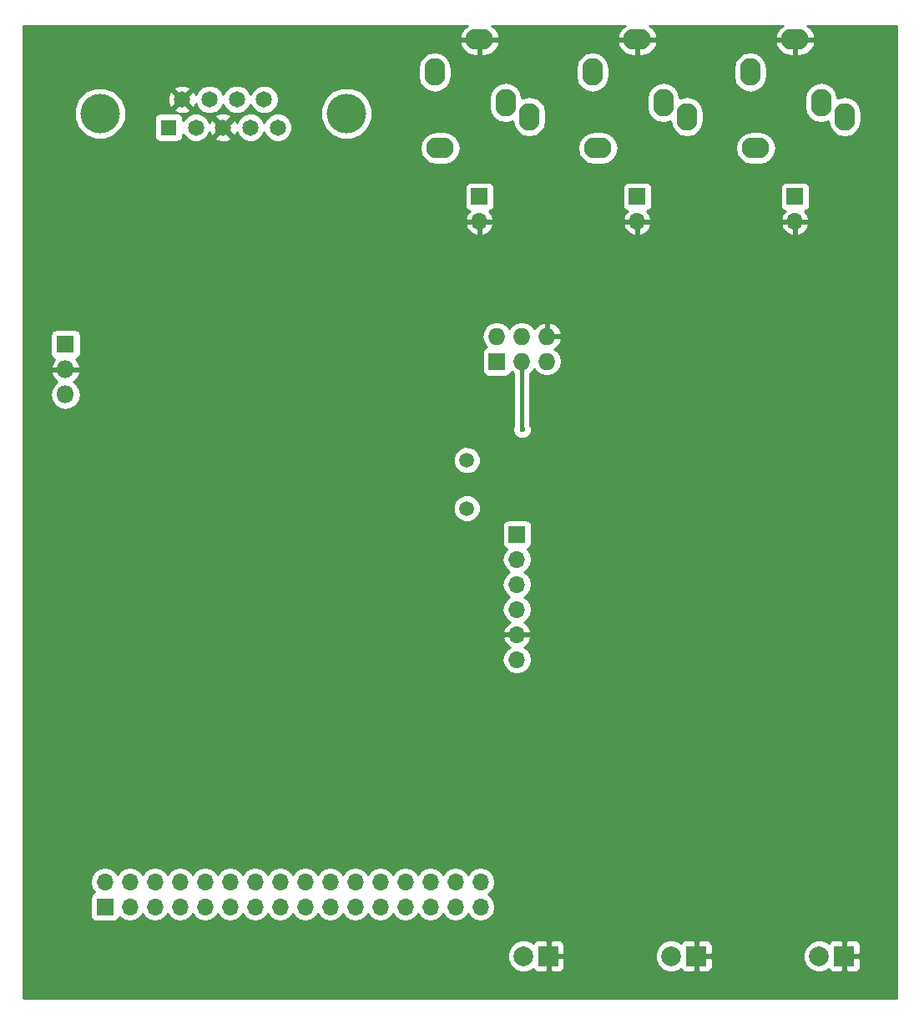
<source format=gbl>
G04 #@! TF.FileFunction,Copper,L2,Bot,Signal*
%FSLAX46Y46*%
G04 Gerber Fmt 4.6, Leading zero omitted, Abs format (unit mm)*
G04 Created by KiCad (PCBNEW 4.0.6) date Thursday, 09 May 2019 22:32:22*
%MOMM*%
%LPD*%
G01*
G04 APERTURE LIST*
%ADD10C,0.100000*%
%ADD11C,0.600000*%
%ADD12R,1.727200X1.727200*%
%ADD13O,1.727200X1.727200*%
%ADD14R,2.000000X2.000000*%
%ADD15C,2.000000*%
%ADD16O,2.800000X2.100000*%
%ADD17O,2.100000X2.800000*%
%ADD18R,1.700000X1.700000*%
%ADD19O,1.700000X1.700000*%
%ADD20C,4.000000*%
%ADD21R,1.650000X1.650000*%
%ADD22C,1.650000*%
%ADD23C,4.500000*%
%ADD24R,1.800000X1.800000*%
%ADD25O,1.800000X1.800000*%
%ADD26C,1.501140*%
%ADD27C,0.400000*%
%ADD28C,0.254000*%
G04 APERTURE END LIST*
D10*
D11*
X137953000Y-120046000D03*
X135953000Y-120046000D03*
X133953000Y-120046000D03*
X131953000Y-120046000D03*
X137953000Y-118046000D03*
X135953000Y-118046000D03*
X133953000Y-118046000D03*
X131953000Y-118046000D03*
X137953000Y-116046000D03*
X135953000Y-116046000D03*
X133953000Y-116046000D03*
X131953000Y-116046000D03*
X137953000Y-114046000D03*
X135953000Y-114046000D03*
X133953000Y-114046000D03*
D12*
X168768000Y-96722000D03*
D13*
X168768000Y-94182000D03*
X171308000Y-96722000D03*
X171308000Y-94182000D03*
X173848000Y-96722000D03*
X173848000Y-94182000D03*
D14*
X174000000Y-157000000D03*
D15*
X171460000Y-157000000D03*
D14*
X189000000Y-157000000D03*
D15*
X186460000Y-157000000D03*
D14*
X204000000Y-157000000D03*
D15*
X201460000Y-157000000D03*
D16*
X183000000Y-64100000D03*
D17*
X178450000Y-67400000D03*
X188050000Y-71900000D03*
D16*
X179000000Y-75100000D03*
D17*
X185650000Y-70500000D03*
D18*
X129000000Y-152000000D03*
D19*
X129000000Y-149460000D03*
X131540000Y-152000000D03*
X131540000Y-149460000D03*
X134080000Y-152000000D03*
X134080000Y-149460000D03*
X136620000Y-152000000D03*
X136620000Y-149460000D03*
X139160000Y-152000000D03*
X139160000Y-149460000D03*
X141700000Y-152000000D03*
X141700000Y-149460000D03*
X144240000Y-152000000D03*
X144240000Y-149460000D03*
X146780000Y-152000000D03*
X146780000Y-149460000D03*
X149320000Y-152000000D03*
X149320000Y-149460000D03*
X151860000Y-152000000D03*
X151860000Y-149460000D03*
X154400000Y-152000000D03*
X154400000Y-149460000D03*
X156940000Y-152000000D03*
X156940000Y-149460000D03*
X159480000Y-152000000D03*
X159480000Y-149460000D03*
X162020000Y-152000000D03*
X162020000Y-149460000D03*
X164560000Y-152000000D03*
X164560000Y-149460000D03*
X167100000Y-152000000D03*
X167100000Y-149460000D03*
D16*
X167000000Y-64100000D03*
D17*
X162450000Y-67400000D03*
X172050000Y-71900000D03*
D16*
X163000000Y-75100000D03*
D17*
X169650000Y-70500000D03*
D16*
X199000000Y-64100000D03*
D17*
X194450000Y-67400000D03*
X204050000Y-71900000D03*
D16*
X195000000Y-75100000D03*
D17*
X201650000Y-70500000D03*
D18*
X170800000Y-114248000D03*
D19*
X170800000Y-116788000D03*
X170800000Y-119328000D03*
X170800000Y-121868000D03*
X170800000Y-124408000D03*
X170800000Y-126948000D03*
D18*
X183000000Y-80000000D03*
D19*
X183000000Y-82540000D03*
D18*
X199000000Y-80000000D03*
D19*
X199000000Y-82540000D03*
D18*
X167000000Y-80000000D03*
D19*
X167000000Y-82540000D03*
D20*
X153495000Y-71580000D03*
X128505000Y-71580000D03*
D21*
X135460000Y-73000000D03*
D22*
X138230000Y-73000000D03*
X141000000Y-73000000D03*
X143770000Y-73000000D03*
X146540000Y-73000000D03*
X136845000Y-70160000D03*
X139615000Y-70160000D03*
X142385000Y-70160000D03*
X145155000Y-70160000D03*
D23*
X141660000Y-97540000D03*
D24*
X125000000Y-95000000D03*
D25*
X125000000Y-97540000D03*
X125000000Y-100080000D03*
D26*
X165720000Y-106727060D03*
X165720000Y-111608940D03*
D11*
X131953000Y-114046000D03*
X187738000Y-80518000D03*
X191516000Y-83566000D03*
X199676000Y-86995000D03*
X199771000Y-93027500D03*
X175880000Y-128295000D03*
X180198000Y-123360000D03*
X198691500Y-117729000D03*
X201612500Y-113157000D03*
X196215000Y-107061000D03*
X194183000Y-99822000D03*
X181610000Y-114173000D03*
X180721000Y-109156500D03*
X192087500Y-105346500D03*
X185896000Y-104521000D03*
X170038000Y-106152000D03*
X173340000Y-104120000D03*
X163449000Y-122110500D03*
X151384000Y-130048000D03*
X155338000Y-111708000D03*
X150480000Y-102678000D03*
X154749500Y-100965000D03*
X158608000Y-84308000D03*
X156464000Y-88963500D03*
X147955000Y-90233500D03*
X150004000Y-79958000D03*
X129000000Y-107000000D03*
X128985000Y-88594000D03*
X134859000Y-79358000D03*
X125000000Y-126000000D03*
X125839000Y-117042000D03*
X142698000Y-107009000D03*
X171323000Y-103632000D03*
D27*
X187738000Y-80518000D02*
X187769500Y-80518000D01*
X199676000Y-86995000D02*
X199644000Y-86995000D01*
X175895000Y-128270000D02*
X175895000Y-128280000D01*
X175895000Y-128280000D02*
X175880000Y-128295000D01*
X180213000Y-123380500D02*
X180213000Y-123375000D01*
X180213000Y-123375000D02*
X180198000Y-123360000D01*
X185896000Y-104521000D02*
X185928000Y-104521000D01*
X170053000Y-106172000D02*
X170053000Y-106167000D01*
X170053000Y-106167000D02*
X170038000Y-106152000D01*
X173355000Y-104140000D02*
X173355000Y-104135000D01*
X173355000Y-104135000D02*
X173340000Y-104120000D01*
X155321000Y-111696500D02*
X155326500Y-111696500D01*
X155326500Y-111696500D02*
X155338000Y-111708000D01*
X150495000Y-102679500D02*
X150481500Y-102679500D01*
X150481500Y-102679500D02*
X150480000Y-102678000D01*
X158623000Y-84328000D02*
X158623000Y-84323000D01*
X158623000Y-84323000D02*
X158608000Y-84308000D01*
X149987000Y-80010000D02*
X149987000Y-79975000D01*
X149987000Y-79975000D02*
X150004000Y-79958000D01*
X129032000Y-107061000D02*
X129032000Y-107032000D01*
X129032000Y-107032000D02*
X129000000Y-107000000D01*
X129032000Y-88646000D02*
X129032000Y-88641000D01*
X129032000Y-88641000D02*
X128985000Y-88594000D01*
X134874000Y-79375000D02*
X134874000Y-79373000D01*
X134874000Y-79373000D02*
X134859000Y-79358000D01*
X125080000Y-125932000D02*
X125068000Y-125932000D01*
X125068000Y-125932000D02*
X125000000Y-126000000D01*
X125839000Y-117042000D02*
X125842000Y-117042000D01*
X142606000Y-107136000D02*
X142606000Y-107101000D01*
X142606000Y-107101000D02*
X142698000Y-107009000D01*
X171308000Y-96722000D02*
X171308000Y-103617000D01*
X171308000Y-103617000D02*
X171323000Y-103632000D01*
D28*
G36*
X165368723Y-62998328D02*
X165044663Y-63572511D01*
X165010346Y-63711721D01*
X165129043Y-63973000D01*
X166873000Y-63973000D01*
X166873000Y-63953000D01*
X167127000Y-63953000D01*
X167127000Y-63973000D01*
X168870957Y-63973000D01*
X168989654Y-63711721D01*
X168955337Y-63572511D01*
X168631277Y-62998328D01*
X168263034Y-62710000D01*
X181736966Y-62710000D01*
X181368723Y-62998328D01*
X181044663Y-63572511D01*
X181010346Y-63711721D01*
X181129043Y-63973000D01*
X182873000Y-63973000D01*
X182873000Y-63953000D01*
X183127000Y-63953000D01*
X183127000Y-63973000D01*
X184870957Y-63973000D01*
X184989654Y-63711721D01*
X184955337Y-63572511D01*
X184631277Y-62998328D01*
X184263034Y-62710000D01*
X197736966Y-62710000D01*
X197368723Y-62998328D01*
X197044663Y-63572511D01*
X197010346Y-63711721D01*
X197129043Y-63973000D01*
X198873000Y-63973000D01*
X198873000Y-63953000D01*
X199127000Y-63953000D01*
X199127000Y-63973000D01*
X200870957Y-63973000D01*
X200989654Y-63711721D01*
X200955337Y-63572511D01*
X200631277Y-62998328D01*
X200263034Y-62710000D01*
X209290000Y-62710000D01*
X209290000Y-161290000D01*
X120710000Y-161290000D01*
X120710000Y-157323795D01*
X169824716Y-157323795D01*
X170073106Y-157924943D01*
X170532637Y-158385278D01*
X171133352Y-158634716D01*
X171783795Y-158635284D01*
X172384943Y-158386894D01*
X172447197Y-158324749D01*
X172461673Y-158359698D01*
X172640301Y-158538327D01*
X172873690Y-158635000D01*
X173714250Y-158635000D01*
X173873000Y-158476250D01*
X173873000Y-157127000D01*
X174127000Y-157127000D01*
X174127000Y-158476250D01*
X174285750Y-158635000D01*
X175126310Y-158635000D01*
X175359699Y-158538327D01*
X175538327Y-158359698D01*
X175635000Y-158126309D01*
X175635000Y-157323795D01*
X184824716Y-157323795D01*
X185073106Y-157924943D01*
X185532637Y-158385278D01*
X186133352Y-158634716D01*
X186783795Y-158635284D01*
X187384943Y-158386894D01*
X187447197Y-158324749D01*
X187461673Y-158359698D01*
X187640301Y-158538327D01*
X187873690Y-158635000D01*
X188714250Y-158635000D01*
X188873000Y-158476250D01*
X188873000Y-157127000D01*
X189127000Y-157127000D01*
X189127000Y-158476250D01*
X189285750Y-158635000D01*
X190126310Y-158635000D01*
X190359699Y-158538327D01*
X190538327Y-158359698D01*
X190635000Y-158126309D01*
X190635000Y-157323795D01*
X199824716Y-157323795D01*
X200073106Y-157924943D01*
X200532637Y-158385278D01*
X201133352Y-158634716D01*
X201783795Y-158635284D01*
X202384943Y-158386894D01*
X202447197Y-158324749D01*
X202461673Y-158359698D01*
X202640301Y-158538327D01*
X202873690Y-158635000D01*
X203714250Y-158635000D01*
X203873000Y-158476250D01*
X203873000Y-157127000D01*
X204127000Y-157127000D01*
X204127000Y-158476250D01*
X204285750Y-158635000D01*
X205126310Y-158635000D01*
X205359699Y-158538327D01*
X205538327Y-158359698D01*
X205635000Y-158126309D01*
X205635000Y-157285750D01*
X205476250Y-157127000D01*
X204127000Y-157127000D01*
X203873000Y-157127000D01*
X203853000Y-157127000D01*
X203853000Y-156873000D01*
X203873000Y-156873000D01*
X203873000Y-155523750D01*
X204127000Y-155523750D01*
X204127000Y-156873000D01*
X205476250Y-156873000D01*
X205635000Y-156714250D01*
X205635000Y-155873691D01*
X205538327Y-155640302D01*
X205359699Y-155461673D01*
X205126310Y-155365000D01*
X204285750Y-155365000D01*
X204127000Y-155523750D01*
X203873000Y-155523750D01*
X203714250Y-155365000D01*
X202873690Y-155365000D01*
X202640301Y-155461673D01*
X202461673Y-155640302D01*
X202447370Y-155674834D01*
X202387363Y-155614722D01*
X201786648Y-155365284D01*
X201136205Y-155364716D01*
X200535057Y-155613106D01*
X200074722Y-156072637D01*
X199825284Y-156673352D01*
X199824716Y-157323795D01*
X190635000Y-157323795D01*
X190635000Y-157285750D01*
X190476250Y-157127000D01*
X189127000Y-157127000D01*
X188873000Y-157127000D01*
X188853000Y-157127000D01*
X188853000Y-156873000D01*
X188873000Y-156873000D01*
X188873000Y-155523750D01*
X189127000Y-155523750D01*
X189127000Y-156873000D01*
X190476250Y-156873000D01*
X190635000Y-156714250D01*
X190635000Y-155873691D01*
X190538327Y-155640302D01*
X190359699Y-155461673D01*
X190126310Y-155365000D01*
X189285750Y-155365000D01*
X189127000Y-155523750D01*
X188873000Y-155523750D01*
X188714250Y-155365000D01*
X187873690Y-155365000D01*
X187640301Y-155461673D01*
X187461673Y-155640302D01*
X187447370Y-155674834D01*
X187387363Y-155614722D01*
X186786648Y-155365284D01*
X186136205Y-155364716D01*
X185535057Y-155613106D01*
X185074722Y-156072637D01*
X184825284Y-156673352D01*
X184824716Y-157323795D01*
X175635000Y-157323795D01*
X175635000Y-157285750D01*
X175476250Y-157127000D01*
X174127000Y-157127000D01*
X173873000Y-157127000D01*
X173853000Y-157127000D01*
X173853000Y-156873000D01*
X173873000Y-156873000D01*
X173873000Y-155523750D01*
X174127000Y-155523750D01*
X174127000Y-156873000D01*
X175476250Y-156873000D01*
X175635000Y-156714250D01*
X175635000Y-155873691D01*
X175538327Y-155640302D01*
X175359699Y-155461673D01*
X175126310Y-155365000D01*
X174285750Y-155365000D01*
X174127000Y-155523750D01*
X173873000Y-155523750D01*
X173714250Y-155365000D01*
X172873690Y-155365000D01*
X172640301Y-155461673D01*
X172461673Y-155640302D01*
X172447370Y-155674834D01*
X172387363Y-155614722D01*
X171786648Y-155365284D01*
X171136205Y-155364716D01*
X170535057Y-155613106D01*
X170074722Y-156072637D01*
X169825284Y-156673352D01*
X169824716Y-157323795D01*
X120710000Y-157323795D01*
X120710000Y-151150000D01*
X127502560Y-151150000D01*
X127502560Y-152850000D01*
X127546838Y-153085317D01*
X127685910Y-153301441D01*
X127898110Y-153446431D01*
X128150000Y-153497440D01*
X129850000Y-153497440D01*
X130085317Y-153453162D01*
X130301441Y-153314090D01*
X130446431Y-153101890D01*
X130460086Y-153034459D01*
X130489946Y-153079147D01*
X130971715Y-153401054D01*
X131540000Y-153514093D01*
X132108285Y-153401054D01*
X132590054Y-153079147D01*
X132810000Y-152749974D01*
X133029946Y-153079147D01*
X133511715Y-153401054D01*
X134080000Y-153514093D01*
X134648285Y-153401054D01*
X135130054Y-153079147D01*
X135350000Y-152749974D01*
X135569946Y-153079147D01*
X136051715Y-153401054D01*
X136620000Y-153514093D01*
X137188285Y-153401054D01*
X137670054Y-153079147D01*
X137890000Y-152749974D01*
X138109946Y-153079147D01*
X138591715Y-153401054D01*
X139160000Y-153514093D01*
X139728285Y-153401054D01*
X140210054Y-153079147D01*
X140430000Y-152749974D01*
X140649946Y-153079147D01*
X141131715Y-153401054D01*
X141700000Y-153514093D01*
X142268285Y-153401054D01*
X142750054Y-153079147D01*
X142970000Y-152749974D01*
X143189946Y-153079147D01*
X143671715Y-153401054D01*
X144240000Y-153514093D01*
X144808285Y-153401054D01*
X145290054Y-153079147D01*
X145510000Y-152749974D01*
X145729946Y-153079147D01*
X146211715Y-153401054D01*
X146780000Y-153514093D01*
X147348285Y-153401054D01*
X147830054Y-153079147D01*
X148050000Y-152749974D01*
X148269946Y-153079147D01*
X148751715Y-153401054D01*
X149320000Y-153514093D01*
X149888285Y-153401054D01*
X150370054Y-153079147D01*
X150590000Y-152749974D01*
X150809946Y-153079147D01*
X151291715Y-153401054D01*
X151860000Y-153514093D01*
X152428285Y-153401054D01*
X152910054Y-153079147D01*
X153130000Y-152749974D01*
X153349946Y-153079147D01*
X153831715Y-153401054D01*
X154400000Y-153514093D01*
X154968285Y-153401054D01*
X155450054Y-153079147D01*
X155670000Y-152749974D01*
X155889946Y-153079147D01*
X156371715Y-153401054D01*
X156940000Y-153514093D01*
X157508285Y-153401054D01*
X157990054Y-153079147D01*
X158210000Y-152749974D01*
X158429946Y-153079147D01*
X158911715Y-153401054D01*
X159480000Y-153514093D01*
X160048285Y-153401054D01*
X160530054Y-153079147D01*
X160750000Y-152749974D01*
X160969946Y-153079147D01*
X161451715Y-153401054D01*
X162020000Y-153514093D01*
X162588285Y-153401054D01*
X163070054Y-153079147D01*
X163290000Y-152749974D01*
X163509946Y-153079147D01*
X163991715Y-153401054D01*
X164560000Y-153514093D01*
X165128285Y-153401054D01*
X165610054Y-153079147D01*
X165830000Y-152749974D01*
X166049946Y-153079147D01*
X166531715Y-153401054D01*
X167100000Y-153514093D01*
X167668285Y-153401054D01*
X168150054Y-153079147D01*
X168471961Y-152597378D01*
X168585000Y-152029093D01*
X168585000Y-151970907D01*
X168471961Y-151402622D01*
X168150054Y-150920853D01*
X167864422Y-150730000D01*
X168150054Y-150539147D01*
X168471961Y-150057378D01*
X168585000Y-149489093D01*
X168585000Y-149430907D01*
X168471961Y-148862622D01*
X168150054Y-148380853D01*
X167668285Y-148058946D01*
X167100000Y-147945907D01*
X166531715Y-148058946D01*
X166049946Y-148380853D01*
X165830000Y-148710026D01*
X165610054Y-148380853D01*
X165128285Y-148058946D01*
X164560000Y-147945907D01*
X163991715Y-148058946D01*
X163509946Y-148380853D01*
X163290000Y-148710026D01*
X163070054Y-148380853D01*
X162588285Y-148058946D01*
X162020000Y-147945907D01*
X161451715Y-148058946D01*
X160969946Y-148380853D01*
X160750000Y-148710026D01*
X160530054Y-148380853D01*
X160048285Y-148058946D01*
X159480000Y-147945907D01*
X158911715Y-148058946D01*
X158429946Y-148380853D01*
X158210000Y-148710026D01*
X157990054Y-148380853D01*
X157508285Y-148058946D01*
X156940000Y-147945907D01*
X156371715Y-148058946D01*
X155889946Y-148380853D01*
X155670000Y-148710026D01*
X155450054Y-148380853D01*
X154968285Y-148058946D01*
X154400000Y-147945907D01*
X153831715Y-148058946D01*
X153349946Y-148380853D01*
X153130000Y-148710026D01*
X152910054Y-148380853D01*
X152428285Y-148058946D01*
X151860000Y-147945907D01*
X151291715Y-148058946D01*
X150809946Y-148380853D01*
X150590000Y-148710026D01*
X150370054Y-148380853D01*
X149888285Y-148058946D01*
X149320000Y-147945907D01*
X148751715Y-148058946D01*
X148269946Y-148380853D01*
X148050000Y-148710026D01*
X147830054Y-148380853D01*
X147348285Y-148058946D01*
X146780000Y-147945907D01*
X146211715Y-148058946D01*
X145729946Y-148380853D01*
X145510000Y-148710026D01*
X145290054Y-148380853D01*
X144808285Y-148058946D01*
X144240000Y-147945907D01*
X143671715Y-148058946D01*
X143189946Y-148380853D01*
X142970000Y-148710026D01*
X142750054Y-148380853D01*
X142268285Y-148058946D01*
X141700000Y-147945907D01*
X141131715Y-148058946D01*
X140649946Y-148380853D01*
X140430000Y-148710026D01*
X140210054Y-148380853D01*
X139728285Y-148058946D01*
X139160000Y-147945907D01*
X138591715Y-148058946D01*
X138109946Y-148380853D01*
X137890000Y-148710026D01*
X137670054Y-148380853D01*
X137188285Y-148058946D01*
X136620000Y-147945907D01*
X136051715Y-148058946D01*
X135569946Y-148380853D01*
X135350000Y-148710026D01*
X135130054Y-148380853D01*
X134648285Y-148058946D01*
X134080000Y-147945907D01*
X133511715Y-148058946D01*
X133029946Y-148380853D01*
X132810000Y-148710026D01*
X132590054Y-148380853D01*
X132108285Y-148058946D01*
X131540000Y-147945907D01*
X130971715Y-148058946D01*
X130489946Y-148380853D01*
X130270000Y-148710026D01*
X130050054Y-148380853D01*
X129568285Y-148058946D01*
X129000000Y-147945907D01*
X128431715Y-148058946D01*
X127949946Y-148380853D01*
X127628039Y-148862622D01*
X127515000Y-149430907D01*
X127515000Y-149489093D01*
X127628039Y-150057378D01*
X127949946Y-150539147D01*
X127951179Y-150539971D01*
X127914683Y-150546838D01*
X127698559Y-150685910D01*
X127553569Y-150898110D01*
X127502560Y-151150000D01*
X120710000Y-151150000D01*
X120710000Y-126948000D01*
X169285907Y-126948000D01*
X169398946Y-127516285D01*
X169720853Y-127998054D01*
X170202622Y-128319961D01*
X170770907Y-128433000D01*
X170829093Y-128433000D01*
X171397378Y-128319961D01*
X171879147Y-127998054D01*
X172201054Y-127516285D01*
X172314093Y-126948000D01*
X172201054Y-126379715D01*
X171879147Y-125897946D01*
X171538447Y-125670298D01*
X171681358Y-125603183D01*
X172071645Y-125174924D01*
X172241476Y-124764890D01*
X172120155Y-124535000D01*
X170927000Y-124535000D01*
X170927000Y-124555000D01*
X170673000Y-124555000D01*
X170673000Y-124535000D01*
X169479845Y-124535000D01*
X169358524Y-124764890D01*
X169528355Y-125174924D01*
X169918642Y-125603183D01*
X170061553Y-125670298D01*
X169720853Y-125897946D01*
X169398946Y-126379715D01*
X169285907Y-126948000D01*
X120710000Y-126948000D01*
X120710000Y-116788000D01*
X169285907Y-116788000D01*
X169398946Y-117356285D01*
X169720853Y-117838054D01*
X170050026Y-118058000D01*
X169720853Y-118277946D01*
X169398946Y-118759715D01*
X169285907Y-119328000D01*
X169398946Y-119896285D01*
X169720853Y-120378054D01*
X170050026Y-120598000D01*
X169720853Y-120817946D01*
X169398946Y-121299715D01*
X169285907Y-121868000D01*
X169398946Y-122436285D01*
X169720853Y-122918054D01*
X170061553Y-123145702D01*
X169918642Y-123212817D01*
X169528355Y-123641076D01*
X169358524Y-124051110D01*
X169479845Y-124281000D01*
X170673000Y-124281000D01*
X170673000Y-124261000D01*
X170927000Y-124261000D01*
X170927000Y-124281000D01*
X172120155Y-124281000D01*
X172241476Y-124051110D01*
X172071645Y-123641076D01*
X171681358Y-123212817D01*
X171538447Y-123145702D01*
X171879147Y-122918054D01*
X172201054Y-122436285D01*
X172314093Y-121868000D01*
X172201054Y-121299715D01*
X171879147Y-120817946D01*
X171549974Y-120598000D01*
X171879147Y-120378054D01*
X172201054Y-119896285D01*
X172314093Y-119328000D01*
X172201054Y-118759715D01*
X171879147Y-118277946D01*
X171549974Y-118058000D01*
X171879147Y-117838054D01*
X172201054Y-117356285D01*
X172314093Y-116788000D01*
X172201054Y-116219715D01*
X171879147Y-115737946D01*
X171837548Y-115710150D01*
X171885317Y-115701162D01*
X172101441Y-115562090D01*
X172246431Y-115349890D01*
X172297440Y-115098000D01*
X172297440Y-113398000D01*
X172253162Y-113162683D01*
X172114090Y-112946559D01*
X171901890Y-112801569D01*
X171650000Y-112750560D01*
X169950000Y-112750560D01*
X169714683Y-112794838D01*
X169498559Y-112933910D01*
X169353569Y-113146110D01*
X169302560Y-113398000D01*
X169302560Y-115098000D01*
X169346838Y-115333317D01*
X169485910Y-115549441D01*
X169698110Y-115694431D01*
X169765541Y-115708086D01*
X169720853Y-115737946D01*
X169398946Y-116219715D01*
X169285907Y-116788000D01*
X120710000Y-116788000D01*
X120710000Y-111883338D01*
X164334190Y-111883338D01*
X164544686Y-112392777D01*
X164934113Y-112782884D01*
X165443184Y-112994269D01*
X165994398Y-112994750D01*
X166503837Y-112784254D01*
X166893944Y-112394827D01*
X167105329Y-111885756D01*
X167105810Y-111334542D01*
X166895314Y-110825103D01*
X166505887Y-110434996D01*
X165996816Y-110223611D01*
X165445602Y-110223130D01*
X164936163Y-110433626D01*
X164546056Y-110823053D01*
X164334671Y-111332124D01*
X164334190Y-111883338D01*
X120710000Y-111883338D01*
X120710000Y-107001458D01*
X164334190Y-107001458D01*
X164544686Y-107510897D01*
X164934113Y-107901004D01*
X165443184Y-108112389D01*
X165994398Y-108112870D01*
X166503837Y-107902374D01*
X166893944Y-107512947D01*
X167105329Y-107003876D01*
X167105810Y-106452662D01*
X166895314Y-105943223D01*
X166505887Y-105553116D01*
X165996816Y-105341731D01*
X165445602Y-105341250D01*
X164936163Y-105551746D01*
X164546056Y-105941173D01*
X164334671Y-106450244D01*
X164334190Y-107001458D01*
X120710000Y-107001458D01*
X120710000Y-100049928D01*
X123465000Y-100049928D01*
X123465000Y-100110072D01*
X123581845Y-100697491D01*
X123914591Y-101195481D01*
X124412581Y-101528227D01*
X125000000Y-101645072D01*
X125587419Y-101528227D01*
X126085409Y-101195481D01*
X126418155Y-100697491D01*
X126535000Y-100110072D01*
X126535000Y-100049928D01*
X126418155Y-99462509D01*
X126085409Y-98964519D01*
X125847418Y-98805499D01*
X126237966Y-98447576D01*
X126491046Y-97904742D01*
X126370997Y-97667000D01*
X125127000Y-97667000D01*
X125127000Y-97687000D01*
X124873000Y-97687000D01*
X124873000Y-97667000D01*
X123629003Y-97667000D01*
X123508954Y-97904742D01*
X123762034Y-98447576D01*
X124152582Y-98805499D01*
X123914591Y-98964519D01*
X123581845Y-99462509D01*
X123465000Y-100049928D01*
X120710000Y-100049928D01*
X120710000Y-94100000D01*
X123452560Y-94100000D01*
X123452560Y-95900000D01*
X123496838Y-96135317D01*
X123635910Y-96351441D01*
X123848110Y-96496431D01*
X123899146Y-96506766D01*
X123762034Y-96632424D01*
X123508954Y-97175258D01*
X123629003Y-97413000D01*
X124873000Y-97413000D01*
X124873000Y-97393000D01*
X125127000Y-97393000D01*
X125127000Y-97413000D01*
X126370997Y-97413000D01*
X126491046Y-97175258D01*
X126237966Y-96632424D01*
X126103462Y-96509156D01*
X126135317Y-96503162D01*
X126351441Y-96364090D01*
X126496431Y-96151890D01*
X126547440Y-95900000D01*
X126547440Y-94182000D01*
X167240041Y-94182000D01*
X167354115Y-94755489D01*
X167678971Y-95241670D01*
X167692642Y-95250805D01*
X167669083Y-95255238D01*
X167452959Y-95394310D01*
X167307969Y-95606510D01*
X167256960Y-95858400D01*
X167256960Y-97585600D01*
X167301238Y-97820917D01*
X167440310Y-98037041D01*
X167652510Y-98182031D01*
X167904400Y-98233040D01*
X169631600Y-98233040D01*
X169866917Y-98188762D01*
X170083041Y-98049690D01*
X170228031Y-97837490D01*
X170236908Y-97793655D01*
X170473000Y-97951407D01*
X170473000Y-103240889D01*
X170388162Y-103445201D01*
X170387838Y-103817167D01*
X170529883Y-104160943D01*
X170792673Y-104424192D01*
X171136201Y-104566838D01*
X171508167Y-104567162D01*
X171851943Y-104425117D01*
X172115192Y-104162327D01*
X172257838Y-103818799D01*
X172258162Y-103446833D01*
X172143000Y-103168119D01*
X172143000Y-97951407D01*
X172397029Y-97781670D01*
X172578000Y-97510828D01*
X172758971Y-97781670D01*
X173245152Y-98106526D01*
X173818641Y-98220600D01*
X173877359Y-98220600D01*
X174450848Y-98106526D01*
X174937029Y-97781670D01*
X175261885Y-97295489D01*
X175375959Y-96722000D01*
X175261885Y-96148511D01*
X174937029Y-95662330D01*
X174613772Y-95446336D01*
X174736490Y-95388821D01*
X175130688Y-94956947D01*
X175302958Y-94541026D01*
X175181817Y-94309000D01*
X173975000Y-94309000D01*
X173975000Y-94329000D01*
X173721000Y-94329000D01*
X173721000Y-94309000D01*
X173701000Y-94309000D01*
X173701000Y-94055000D01*
X173721000Y-94055000D01*
X173721000Y-92847531D01*
X173975000Y-92847531D01*
X173975000Y-94055000D01*
X175181817Y-94055000D01*
X175302958Y-93822974D01*
X175130688Y-93407053D01*
X174736490Y-92975179D01*
X174207027Y-92727032D01*
X173975000Y-92847531D01*
X173721000Y-92847531D01*
X173488973Y-92727032D01*
X172959510Y-92975179D01*
X172577992Y-93393161D01*
X172397029Y-93122330D01*
X171910848Y-92797474D01*
X171337359Y-92683400D01*
X171278641Y-92683400D01*
X170705152Y-92797474D01*
X170218971Y-93122330D01*
X170038000Y-93393172D01*
X169857029Y-93122330D01*
X169370848Y-92797474D01*
X168797359Y-92683400D01*
X168738641Y-92683400D01*
X168165152Y-92797474D01*
X167678971Y-93122330D01*
X167354115Y-93608511D01*
X167240041Y-94182000D01*
X126547440Y-94182000D01*
X126547440Y-94100000D01*
X126503162Y-93864683D01*
X126364090Y-93648559D01*
X126151890Y-93503569D01*
X125900000Y-93452560D01*
X124100000Y-93452560D01*
X123864683Y-93496838D01*
X123648559Y-93635910D01*
X123503569Y-93848110D01*
X123452560Y-94100000D01*
X120710000Y-94100000D01*
X120710000Y-82896890D01*
X165558524Y-82896890D01*
X165728355Y-83306924D01*
X166118642Y-83735183D01*
X166643108Y-83981486D01*
X166873000Y-83860819D01*
X166873000Y-82667000D01*
X167127000Y-82667000D01*
X167127000Y-83860819D01*
X167356892Y-83981486D01*
X167881358Y-83735183D01*
X168271645Y-83306924D01*
X168441476Y-82896890D01*
X181558524Y-82896890D01*
X181728355Y-83306924D01*
X182118642Y-83735183D01*
X182643108Y-83981486D01*
X182873000Y-83860819D01*
X182873000Y-82667000D01*
X183127000Y-82667000D01*
X183127000Y-83860819D01*
X183356892Y-83981486D01*
X183881358Y-83735183D01*
X184271645Y-83306924D01*
X184441476Y-82896890D01*
X197558524Y-82896890D01*
X197728355Y-83306924D01*
X198118642Y-83735183D01*
X198643108Y-83981486D01*
X198873000Y-83860819D01*
X198873000Y-82667000D01*
X199127000Y-82667000D01*
X199127000Y-83860819D01*
X199356892Y-83981486D01*
X199881358Y-83735183D01*
X200271645Y-83306924D01*
X200441476Y-82896890D01*
X200320155Y-82667000D01*
X199127000Y-82667000D01*
X198873000Y-82667000D01*
X197679845Y-82667000D01*
X197558524Y-82896890D01*
X184441476Y-82896890D01*
X184320155Y-82667000D01*
X183127000Y-82667000D01*
X182873000Y-82667000D01*
X181679845Y-82667000D01*
X181558524Y-82896890D01*
X168441476Y-82896890D01*
X168320155Y-82667000D01*
X167127000Y-82667000D01*
X166873000Y-82667000D01*
X165679845Y-82667000D01*
X165558524Y-82896890D01*
X120710000Y-82896890D01*
X120710000Y-79150000D01*
X165502560Y-79150000D01*
X165502560Y-80850000D01*
X165546838Y-81085317D01*
X165685910Y-81301441D01*
X165898110Y-81446431D01*
X166006107Y-81468301D01*
X165728355Y-81773076D01*
X165558524Y-82183110D01*
X165679845Y-82413000D01*
X166873000Y-82413000D01*
X166873000Y-82393000D01*
X167127000Y-82393000D01*
X167127000Y-82413000D01*
X168320155Y-82413000D01*
X168441476Y-82183110D01*
X168271645Y-81773076D01*
X167995499Y-81470063D01*
X168085317Y-81453162D01*
X168301441Y-81314090D01*
X168446431Y-81101890D01*
X168497440Y-80850000D01*
X168497440Y-79150000D01*
X181502560Y-79150000D01*
X181502560Y-80850000D01*
X181546838Y-81085317D01*
X181685910Y-81301441D01*
X181898110Y-81446431D01*
X182006107Y-81468301D01*
X181728355Y-81773076D01*
X181558524Y-82183110D01*
X181679845Y-82413000D01*
X182873000Y-82413000D01*
X182873000Y-82393000D01*
X183127000Y-82393000D01*
X183127000Y-82413000D01*
X184320155Y-82413000D01*
X184441476Y-82183110D01*
X184271645Y-81773076D01*
X183995499Y-81470063D01*
X184085317Y-81453162D01*
X184301441Y-81314090D01*
X184446431Y-81101890D01*
X184497440Y-80850000D01*
X184497440Y-79150000D01*
X197502560Y-79150000D01*
X197502560Y-80850000D01*
X197546838Y-81085317D01*
X197685910Y-81301441D01*
X197898110Y-81446431D01*
X198006107Y-81468301D01*
X197728355Y-81773076D01*
X197558524Y-82183110D01*
X197679845Y-82413000D01*
X198873000Y-82413000D01*
X198873000Y-82393000D01*
X199127000Y-82393000D01*
X199127000Y-82413000D01*
X200320155Y-82413000D01*
X200441476Y-82183110D01*
X200271645Y-81773076D01*
X199995499Y-81470063D01*
X200085317Y-81453162D01*
X200301441Y-81314090D01*
X200446431Y-81101890D01*
X200497440Y-80850000D01*
X200497440Y-79150000D01*
X200453162Y-78914683D01*
X200314090Y-78698559D01*
X200101890Y-78553569D01*
X199850000Y-78502560D01*
X198150000Y-78502560D01*
X197914683Y-78546838D01*
X197698559Y-78685910D01*
X197553569Y-78898110D01*
X197502560Y-79150000D01*
X184497440Y-79150000D01*
X184453162Y-78914683D01*
X184314090Y-78698559D01*
X184101890Y-78553569D01*
X183850000Y-78502560D01*
X182150000Y-78502560D01*
X181914683Y-78546838D01*
X181698559Y-78685910D01*
X181553569Y-78898110D01*
X181502560Y-79150000D01*
X168497440Y-79150000D01*
X168453162Y-78914683D01*
X168314090Y-78698559D01*
X168101890Y-78553569D01*
X167850000Y-78502560D01*
X166150000Y-78502560D01*
X165914683Y-78546838D01*
X165698559Y-78685910D01*
X165553569Y-78898110D01*
X165502560Y-79150000D01*
X120710000Y-79150000D01*
X120710000Y-75100000D01*
X160925132Y-75100000D01*
X161053395Y-75744822D01*
X161418657Y-76291475D01*
X161965310Y-76656737D01*
X162610132Y-76785000D01*
X163389868Y-76785000D01*
X164034690Y-76656737D01*
X164581343Y-76291475D01*
X164946605Y-75744822D01*
X165074868Y-75100000D01*
X176925132Y-75100000D01*
X177053395Y-75744822D01*
X177418657Y-76291475D01*
X177965310Y-76656737D01*
X178610132Y-76785000D01*
X179389868Y-76785000D01*
X180034690Y-76656737D01*
X180581343Y-76291475D01*
X180946605Y-75744822D01*
X181074868Y-75100000D01*
X192925132Y-75100000D01*
X193053395Y-75744822D01*
X193418657Y-76291475D01*
X193965310Y-76656737D01*
X194610132Y-76785000D01*
X195389868Y-76785000D01*
X196034690Y-76656737D01*
X196581343Y-76291475D01*
X196946605Y-75744822D01*
X197074868Y-75100000D01*
X196946605Y-74455178D01*
X196581343Y-73908525D01*
X196034690Y-73543263D01*
X195389868Y-73415000D01*
X194610132Y-73415000D01*
X193965310Y-73543263D01*
X193418657Y-73908525D01*
X193053395Y-74455178D01*
X192925132Y-75100000D01*
X181074868Y-75100000D01*
X180946605Y-74455178D01*
X180581343Y-73908525D01*
X180034690Y-73543263D01*
X179389868Y-73415000D01*
X178610132Y-73415000D01*
X177965310Y-73543263D01*
X177418657Y-73908525D01*
X177053395Y-74455178D01*
X176925132Y-75100000D01*
X165074868Y-75100000D01*
X164946605Y-74455178D01*
X164581343Y-73908525D01*
X164034690Y-73543263D01*
X163389868Y-73415000D01*
X162610132Y-73415000D01*
X161965310Y-73543263D01*
X161418657Y-73908525D01*
X161053395Y-74455178D01*
X160925132Y-75100000D01*
X120710000Y-75100000D01*
X120710000Y-72101834D01*
X125869543Y-72101834D01*
X126269853Y-73070658D01*
X127010443Y-73812542D01*
X127978567Y-74214542D01*
X129026834Y-74215457D01*
X129995658Y-73815147D01*
X130737542Y-73074557D01*
X131111070Y-72175000D01*
X133987560Y-72175000D01*
X133987560Y-73825000D01*
X134031838Y-74060317D01*
X134170910Y-74276441D01*
X134383110Y-74421431D01*
X134635000Y-74472440D01*
X136285000Y-74472440D01*
X136520317Y-74428162D01*
X136736441Y-74289090D01*
X136881431Y-74076890D01*
X136932440Y-73825000D01*
X136932440Y-73682884D01*
X136991551Y-73825943D01*
X137401897Y-74237006D01*
X137938314Y-74459746D01*
X138519138Y-74460253D01*
X139055943Y-74238449D01*
X139268910Y-74025853D01*
X140153752Y-74025853D01*
X140230956Y-74274563D01*
X140777250Y-74471843D01*
X141357456Y-74445048D01*
X141769044Y-74274563D01*
X141846248Y-74025853D01*
X141000000Y-73179605D01*
X140153752Y-74025853D01*
X139268910Y-74025853D01*
X139467006Y-73828103D01*
X139608628Y-73487041D01*
X139725437Y-73769044D01*
X139974147Y-73846248D01*
X140820395Y-73000000D01*
X141179605Y-73000000D01*
X142025853Y-73846248D01*
X142274563Y-73769044D01*
X142383452Y-73467517D01*
X142531551Y-73825943D01*
X142941897Y-74237006D01*
X143478314Y-74459746D01*
X144059138Y-74460253D01*
X144595943Y-74238449D01*
X145007006Y-73828103D01*
X145155089Y-73471479D01*
X145301551Y-73825943D01*
X145711897Y-74237006D01*
X146248314Y-74459746D01*
X146829138Y-74460253D01*
X147365943Y-74238449D01*
X147777006Y-73828103D01*
X147999746Y-73291686D01*
X148000253Y-72710862D01*
X147778449Y-72174057D01*
X147706352Y-72101834D01*
X150859543Y-72101834D01*
X151259853Y-73070658D01*
X152000443Y-73812542D01*
X152968567Y-74214542D01*
X154016834Y-74215457D01*
X154985658Y-73815147D01*
X155727542Y-73074557D01*
X156129542Y-72106433D01*
X156130457Y-71058166D01*
X155738738Y-70110132D01*
X167965000Y-70110132D01*
X167965000Y-70889868D01*
X168093263Y-71534690D01*
X168458525Y-72081343D01*
X169005178Y-72446605D01*
X169650000Y-72574868D01*
X170294822Y-72446605D01*
X170384286Y-72386827D01*
X170493263Y-72934690D01*
X170858525Y-73481343D01*
X171405178Y-73846605D01*
X172050000Y-73974868D01*
X172694822Y-73846605D01*
X173241475Y-73481343D01*
X173606737Y-72934690D01*
X173735000Y-72289868D01*
X173735000Y-71510132D01*
X173606737Y-70865310D01*
X173241475Y-70318657D01*
X172929396Y-70110132D01*
X183965000Y-70110132D01*
X183965000Y-70889868D01*
X184093263Y-71534690D01*
X184458525Y-72081343D01*
X185005178Y-72446605D01*
X185650000Y-72574868D01*
X186294822Y-72446605D01*
X186384286Y-72386827D01*
X186493263Y-72934690D01*
X186858525Y-73481343D01*
X187405178Y-73846605D01*
X188050000Y-73974868D01*
X188694822Y-73846605D01*
X189241475Y-73481343D01*
X189606737Y-72934690D01*
X189735000Y-72289868D01*
X189735000Y-71510132D01*
X189606737Y-70865310D01*
X189241475Y-70318657D01*
X188929396Y-70110132D01*
X199965000Y-70110132D01*
X199965000Y-70889868D01*
X200093263Y-71534690D01*
X200458525Y-72081343D01*
X201005178Y-72446605D01*
X201650000Y-72574868D01*
X202294822Y-72446605D01*
X202384286Y-72386827D01*
X202493263Y-72934690D01*
X202858525Y-73481343D01*
X203405178Y-73846605D01*
X204050000Y-73974868D01*
X204694822Y-73846605D01*
X205241475Y-73481343D01*
X205606737Y-72934690D01*
X205735000Y-72289868D01*
X205735000Y-71510132D01*
X205606737Y-70865310D01*
X205241475Y-70318657D01*
X204694822Y-69953395D01*
X204050000Y-69825132D01*
X203405178Y-69953395D01*
X203315714Y-70013173D01*
X203206737Y-69465310D01*
X202841475Y-68918657D01*
X202294822Y-68553395D01*
X201650000Y-68425132D01*
X201005178Y-68553395D01*
X200458525Y-68918657D01*
X200093263Y-69465310D01*
X199965000Y-70110132D01*
X188929396Y-70110132D01*
X188694822Y-69953395D01*
X188050000Y-69825132D01*
X187405178Y-69953395D01*
X187315714Y-70013173D01*
X187206737Y-69465310D01*
X186841475Y-68918657D01*
X186294822Y-68553395D01*
X185650000Y-68425132D01*
X185005178Y-68553395D01*
X184458525Y-68918657D01*
X184093263Y-69465310D01*
X183965000Y-70110132D01*
X172929396Y-70110132D01*
X172694822Y-69953395D01*
X172050000Y-69825132D01*
X171405178Y-69953395D01*
X171315714Y-70013173D01*
X171206737Y-69465310D01*
X170841475Y-68918657D01*
X170294822Y-68553395D01*
X169650000Y-68425132D01*
X169005178Y-68553395D01*
X168458525Y-68918657D01*
X168093263Y-69465310D01*
X167965000Y-70110132D01*
X155738738Y-70110132D01*
X155730147Y-70089342D01*
X154989557Y-69347458D01*
X154021433Y-68945458D01*
X152973166Y-68944543D01*
X152004342Y-69344853D01*
X151262458Y-70085443D01*
X150860458Y-71053567D01*
X150859543Y-72101834D01*
X147706352Y-72101834D01*
X147368103Y-71762994D01*
X146831686Y-71540254D01*
X146250862Y-71539747D01*
X145714057Y-71761551D01*
X145302994Y-72171897D01*
X145154911Y-72528521D01*
X145008449Y-72174057D01*
X144598103Y-71762994D01*
X144061686Y-71540254D01*
X143480862Y-71539747D01*
X142944057Y-71761551D01*
X142532994Y-72171897D01*
X142391372Y-72512959D01*
X142274563Y-72230956D01*
X142025853Y-72153752D01*
X141179605Y-73000000D01*
X140820395Y-73000000D01*
X139974147Y-72153752D01*
X139725437Y-72230956D01*
X139616548Y-72532483D01*
X139468449Y-72174057D01*
X139268888Y-71974147D01*
X140153752Y-71974147D01*
X141000000Y-72820395D01*
X141846248Y-71974147D01*
X141769044Y-71725437D01*
X141222750Y-71528157D01*
X140642544Y-71554952D01*
X140230956Y-71725437D01*
X140153752Y-71974147D01*
X139268888Y-71974147D01*
X139058103Y-71762994D01*
X138521686Y-71540254D01*
X137940862Y-71539747D01*
X137404057Y-71761551D01*
X136992994Y-72171897D01*
X136932440Y-72317727D01*
X136932440Y-72175000D01*
X136888162Y-71939683D01*
X136749090Y-71723559D01*
X136606574Y-71626182D01*
X136622250Y-71631843D01*
X137202456Y-71605048D01*
X137614044Y-71434563D01*
X137691248Y-71185853D01*
X136845000Y-70339605D01*
X135998752Y-71185853D01*
X136075956Y-71434563D01*
X136395366Y-71549910D01*
X136285000Y-71527560D01*
X134635000Y-71527560D01*
X134399683Y-71571838D01*
X134183559Y-71710910D01*
X134038569Y-71923110D01*
X133987560Y-72175000D01*
X131111070Y-72175000D01*
X131139542Y-72106433D01*
X131140457Y-71058166D01*
X130740147Y-70089342D01*
X130588321Y-69937250D01*
X135373157Y-69937250D01*
X135399952Y-70517456D01*
X135570437Y-70929044D01*
X135819147Y-71006248D01*
X136665395Y-70160000D01*
X137024605Y-70160000D01*
X137870853Y-71006248D01*
X138119563Y-70929044D01*
X138228452Y-70627517D01*
X138376551Y-70985943D01*
X138786897Y-71397006D01*
X139323314Y-71619746D01*
X139904138Y-71620253D01*
X140440943Y-71398449D01*
X140852006Y-70988103D01*
X141000089Y-70631479D01*
X141146551Y-70985943D01*
X141556897Y-71397006D01*
X142093314Y-71619746D01*
X142674138Y-71620253D01*
X143210943Y-71398449D01*
X143622006Y-70988103D01*
X143770089Y-70631479D01*
X143916551Y-70985943D01*
X144326897Y-71397006D01*
X144863314Y-71619746D01*
X145444138Y-71620253D01*
X145980943Y-71398449D01*
X146392006Y-70988103D01*
X146614746Y-70451686D01*
X146615253Y-69870862D01*
X146393449Y-69334057D01*
X145983103Y-68922994D01*
X145446686Y-68700254D01*
X144865862Y-68699747D01*
X144329057Y-68921551D01*
X143917994Y-69331897D01*
X143769911Y-69688521D01*
X143623449Y-69334057D01*
X143213103Y-68922994D01*
X142676686Y-68700254D01*
X142095862Y-68699747D01*
X141559057Y-68921551D01*
X141147994Y-69331897D01*
X140999911Y-69688521D01*
X140853449Y-69334057D01*
X140443103Y-68922994D01*
X139906686Y-68700254D01*
X139325862Y-68699747D01*
X138789057Y-68921551D01*
X138377994Y-69331897D01*
X138236372Y-69672959D01*
X138119563Y-69390956D01*
X137870853Y-69313752D01*
X137024605Y-70160000D01*
X136665395Y-70160000D01*
X135819147Y-69313752D01*
X135570437Y-69390956D01*
X135373157Y-69937250D01*
X130588321Y-69937250D01*
X129999557Y-69347458D01*
X129485847Y-69134147D01*
X135998752Y-69134147D01*
X136845000Y-69980395D01*
X137691248Y-69134147D01*
X137614044Y-68885437D01*
X137067750Y-68688157D01*
X136487544Y-68714952D01*
X136075956Y-68885437D01*
X135998752Y-69134147D01*
X129485847Y-69134147D01*
X129031433Y-68945458D01*
X127983166Y-68944543D01*
X127014342Y-69344853D01*
X126272458Y-70085443D01*
X125870458Y-71053567D01*
X125869543Y-72101834D01*
X120710000Y-72101834D01*
X120710000Y-67010132D01*
X160765000Y-67010132D01*
X160765000Y-67789868D01*
X160893263Y-68434690D01*
X161258525Y-68981343D01*
X161805178Y-69346605D01*
X162450000Y-69474868D01*
X163094822Y-69346605D01*
X163641475Y-68981343D01*
X164006737Y-68434690D01*
X164135000Y-67789868D01*
X164135000Y-67010132D01*
X176765000Y-67010132D01*
X176765000Y-67789868D01*
X176893263Y-68434690D01*
X177258525Y-68981343D01*
X177805178Y-69346605D01*
X178450000Y-69474868D01*
X179094822Y-69346605D01*
X179641475Y-68981343D01*
X180006737Y-68434690D01*
X180135000Y-67789868D01*
X180135000Y-67010132D01*
X192765000Y-67010132D01*
X192765000Y-67789868D01*
X192893263Y-68434690D01*
X193258525Y-68981343D01*
X193805178Y-69346605D01*
X194450000Y-69474868D01*
X195094822Y-69346605D01*
X195641475Y-68981343D01*
X196006737Y-68434690D01*
X196135000Y-67789868D01*
X196135000Y-67010132D01*
X196006737Y-66365310D01*
X195641475Y-65818657D01*
X195094822Y-65453395D01*
X194450000Y-65325132D01*
X193805178Y-65453395D01*
X193258525Y-65818657D01*
X192893263Y-66365310D01*
X192765000Y-67010132D01*
X180135000Y-67010132D01*
X180006737Y-66365310D01*
X179641475Y-65818657D01*
X179094822Y-65453395D01*
X178450000Y-65325132D01*
X177805178Y-65453395D01*
X177258525Y-65818657D01*
X176893263Y-66365310D01*
X176765000Y-67010132D01*
X164135000Y-67010132D01*
X164006737Y-66365310D01*
X163641475Y-65818657D01*
X163094822Y-65453395D01*
X162450000Y-65325132D01*
X161805178Y-65453395D01*
X161258525Y-65818657D01*
X160893263Y-66365310D01*
X160765000Y-67010132D01*
X120710000Y-67010132D01*
X120710000Y-64488279D01*
X165010346Y-64488279D01*
X165044663Y-64627489D01*
X165368723Y-65201672D01*
X165887846Y-65608136D01*
X166523000Y-65785000D01*
X166873000Y-65785000D01*
X166873000Y-64227000D01*
X167127000Y-64227000D01*
X167127000Y-65785000D01*
X167477000Y-65785000D01*
X168112154Y-65608136D01*
X168631277Y-65201672D01*
X168955337Y-64627489D01*
X168989654Y-64488279D01*
X181010346Y-64488279D01*
X181044663Y-64627489D01*
X181368723Y-65201672D01*
X181887846Y-65608136D01*
X182523000Y-65785000D01*
X182873000Y-65785000D01*
X182873000Y-64227000D01*
X183127000Y-64227000D01*
X183127000Y-65785000D01*
X183477000Y-65785000D01*
X184112154Y-65608136D01*
X184631277Y-65201672D01*
X184955337Y-64627489D01*
X184989654Y-64488279D01*
X197010346Y-64488279D01*
X197044663Y-64627489D01*
X197368723Y-65201672D01*
X197887846Y-65608136D01*
X198523000Y-65785000D01*
X198873000Y-65785000D01*
X198873000Y-64227000D01*
X199127000Y-64227000D01*
X199127000Y-65785000D01*
X199477000Y-65785000D01*
X200112154Y-65608136D01*
X200631277Y-65201672D01*
X200955337Y-64627489D01*
X200989654Y-64488279D01*
X200870957Y-64227000D01*
X199127000Y-64227000D01*
X198873000Y-64227000D01*
X197129043Y-64227000D01*
X197010346Y-64488279D01*
X184989654Y-64488279D01*
X184870957Y-64227000D01*
X183127000Y-64227000D01*
X182873000Y-64227000D01*
X181129043Y-64227000D01*
X181010346Y-64488279D01*
X168989654Y-64488279D01*
X168870957Y-64227000D01*
X167127000Y-64227000D01*
X166873000Y-64227000D01*
X165129043Y-64227000D01*
X165010346Y-64488279D01*
X120710000Y-64488279D01*
X120710000Y-62710000D01*
X165736966Y-62710000D01*
X165368723Y-62998328D01*
X165368723Y-62998328D01*
G37*
X165368723Y-62998328D02*
X165044663Y-63572511D01*
X165010346Y-63711721D01*
X165129043Y-63973000D01*
X166873000Y-63973000D01*
X166873000Y-63953000D01*
X167127000Y-63953000D01*
X167127000Y-63973000D01*
X168870957Y-63973000D01*
X168989654Y-63711721D01*
X168955337Y-63572511D01*
X168631277Y-62998328D01*
X168263034Y-62710000D01*
X181736966Y-62710000D01*
X181368723Y-62998328D01*
X181044663Y-63572511D01*
X181010346Y-63711721D01*
X181129043Y-63973000D01*
X182873000Y-63973000D01*
X182873000Y-63953000D01*
X183127000Y-63953000D01*
X183127000Y-63973000D01*
X184870957Y-63973000D01*
X184989654Y-63711721D01*
X184955337Y-63572511D01*
X184631277Y-62998328D01*
X184263034Y-62710000D01*
X197736966Y-62710000D01*
X197368723Y-62998328D01*
X197044663Y-63572511D01*
X197010346Y-63711721D01*
X197129043Y-63973000D01*
X198873000Y-63973000D01*
X198873000Y-63953000D01*
X199127000Y-63953000D01*
X199127000Y-63973000D01*
X200870957Y-63973000D01*
X200989654Y-63711721D01*
X200955337Y-63572511D01*
X200631277Y-62998328D01*
X200263034Y-62710000D01*
X209290000Y-62710000D01*
X209290000Y-161290000D01*
X120710000Y-161290000D01*
X120710000Y-157323795D01*
X169824716Y-157323795D01*
X170073106Y-157924943D01*
X170532637Y-158385278D01*
X171133352Y-158634716D01*
X171783795Y-158635284D01*
X172384943Y-158386894D01*
X172447197Y-158324749D01*
X172461673Y-158359698D01*
X172640301Y-158538327D01*
X172873690Y-158635000D01*
X173714250Y-158635000D01*
X173873000Y-158476250D01*
X173873000Y-157127000D01*
X174127000Y-157127000D01*
X174127000Y-158476250D01*
X174285750Y-158635000D01*
X175126310Y-158635000D01*
X175359699Y-158538327D01*
X175538327Y-158359698D01*
X175635000Y-158126309D01*
X175635000Y-157323795D01*
X184824716Y-157323795D01*
X185073106Y-157924943D01*
X185532637Y-158385278D01*
X186133352Y-158634716D01*
X186783795Y-158635284D01*
X187384943Y-158386894D01*
X187447197Y-158324749D01*
X187461673Y-158359698D01*
X187640301Y-158538327D01*
X187873690Y-158635000D01*
X188714250Y-158635000D01*
X188873000Y-158476250D01*
X188873000Y-157127000D01*
X189127000Y-157127000D01*
X189127000Y-158476250D01*
X189285750Y-158635000D01*
X190126310Y-158635000D01*
X190359699Y-158538327D01*
X190538327Y-158359698D01*
X190635000Y-158126309D01*
X190635000Y-157323795D01*
X199824716Y-157323795D01*
X200073106Y-157924943D01*
X200532637Y-158385278D01*
X201133352Y-158634716D01*
X201783795Y-158635284D01*
X202384943Y-158386894D01*
X202447197Y-158324749D01*
X202461673Y-158359698D01*
X202640301Y-158538327D01*
X202873690Y-158635000D01*
X203714250Y-158635000D01*
X203873000Y-158476250D01*
X203873000Y-157127000D01*
X204127000Y-157127000D01*
X204127000Y-158476250D01*
X204285750Y-158635000D01*
X205126310Y-158635000D01*
X205359699Y-158538327D01*
X205538327Y-158359698D01*
X205635000Y-158126309D01*
X205635000Y-157285750D01*
X205476250Y-157127000D01*
X204127000Y-157127000D01*
X203873000Y-157127000D01*
X203853000Y-157127000D01*
X203853000Y-156873000D01*
X203873000Y-156873000D01*
X203873000Y-155523750D01*
X204127000Y-155523750D01*
X204127000Y-156873000D01*
X205476250Y-156873000D01*
X205635000Y-156714250D01*
X205635000Y-155873691D01*
X205538327Y-155640302D01*
X205359699Y-155461673D01*
X205126310Y-155365000D01*
X204285750Y-155365000D01*
X204127000Y-155523750D01*
X203873000Y-155523750D01*
X203714250Y-155365000D01*
X202873690Y-155365000D01*
X202640301Y-155461673D01*
X202461673Y-155640302D01*
X202447370Y-155674834D01*
X202387363Y-155614722D01*
X201786648Y-155365284D01*
X201136205Y-155364716D01*
X200535057Y-155613106D01*
X200074722Y-156072637D01*
X199825284Y-156673352D01*
X199824716Y-157323795D01*
X190635000Y-157323795D01*
X190635000Y-157285750D01*
X190476250Y-157127000D01*
X189127000Y-157127000D01*
X188873000Y-157127000D01*
X188853000Y-157127000D01*
X188853000Y-156873000D01*
X188873000Y-156873000D01*
X188873000Y-155523750D01*
X189127000Y-155523750D01*
X189127000Y-156873000D01*
X190476250Y-156873000D01*
X190635000Y-156714250D01*
X190635000Y-155873691D01*
X190538327Y-155640302D01*
X190359699Y-155461673D01*
X190126310Y-155365000D01*
X189285750Y-155365000D01*
X189127000Y-155523750D01*
X188873000Y-155523750D01*
X188714250Y-155365000D01*
X187873690Y-155365000D01*
X187640301Y-155461673D01*
X187461673Y-155640302D01*
X187447370Y-155674834D01*
X187387363Y-155614722D01*
X186786648Y-155365284D01*
X186136205Y-155364716D01*
X185535057Y-155613106D01*
X185074722Y-156072637D01*
X184825284Y-156673352D01*
X184824716Y-157323795D01*
X175635000Y-157323795D01*
X175635000Y-157285750D01*
X175476250Y-157127000D01*
X174127000Y-157127000D01*
X173873000Y-157127000D01*
X173853000Y-157127000D01*
X173853000Y-156873000D01*
X173873000Y-156873000D01*
X173873000Y-155523750D01*
X174127000Y-155523750D01*
X174127000Y-156873000D01*
X175476250Y-156873000D01*
X175635000Y-156714250D01*
X175635000Y-155873691D01*
X175538327Y-155640302D01*
X175359699Y-155461673D01*
X175126310Y-155365000D01*
X174285750Y-155365000D01*
X174127000Y-155523750D01*
X173873000Y-155523750D01*
X173714250Y-155365000D01*
X172873690Y-155365000D01*
X172640301Y-155461673D01*
X172461673Y-155640302D01*
X172447370Y-155674834D01*
X172387363Y-155614722D01*
X171786648Y-155365284D01*
X171136205Y-155364716D01*
X170535057Y-155613106D01*
X170074722Y-156072637D01*
X169825284Y-156673352D01*
X169824716Y-157323795D01*
X120710000Y-157323795D01*
X120710000Y-151150000D01*
X127502560Y-151150000D01*
X127502560Y-152850000D01*
X127546838Y-153085317D01*
X127685910Y-153301441D01*
X127898110Y-153446431D01*
X128150000Y-153497440D01*
X129850000Y-153497440D01*
X130085317Y-153453162D01*
X130301441Y-153314090D01*
X130446431Y-153101890D01*
X130460086Y-153034459D01*
X130489946Y-153079147D01*
X130971715Y-153401054D01*
X131540000Y-153514093D01*
X132108285Y-153401054D01*
X132590054Y-153079147D01*
X132810000Y-152749974D01*
X133029946Y-153079147D01*
X133511715Y-153401054D01*
X134080000Y-153514093D01*
X134648285Y-153401054D01*
X135130054Y-153079147D01*
X135350000Y-152749974D01*
X135569946Y-153079147D01*
X136051715Y-153401054D01*
X136620000Y-153514093D01*
X137188285Y-153401054D01*
X137670054Y-153079147D01*
X137890000Y-152749974D01*
X138109946Y-153079147D01*
X138591715Y-153401054D01*
X139160000Y-153514093D01*
X139728285Y-153401054D01*
X140210054Y-153079147D01*
X140430000Y-152749974D01*
X140649946Y-153079147D01*
X141131715Y-153401054D01*
X141700000Y-153514093D01*
X142268285Y-153401054D01*
X142750054Y-153079147D01*
X142970000Y-152749974D01*
X143189946Y-153079147D01*
X143671715Y-153401054D01*
X144240000Y-153514093D01*
X144808285Y-153401054D01*
X145290054Y-153079147D01*
X145510000Y-152749974D01*
X145729946Y-153079147D01*
X146211715Y-153401054D01*
X146780000Y-153514093D01*
X147348285Y-153401054D01*
X147830054Y-153079147D01*
X148050000Y-152749974D01*
X148269946Y-153079147D01*
X148751715Y-153401054D01*
X149320000Y-153514093D01*
X149888285Y-153401054D01*
X150370054Y-153079147D01*
X150590000Y-152749974D01*
X150809946Y-153079147D01*
X151291715Y-153401054D01*
X151860000Y-153514093D01*
X152428285Y-153401054D01*
X152910054Y-153079147D01*
X153130000Y-152749974D01*
X153349946Y-153079147D01*
X153831715Y-153401054D01*
X154400000Y-153514093D01*
X154968285Y-153401054D01*
X155450054Y-153079147D01*
X155670000Y-152749974D01*
X155889946Y-153079147D01*
X156371715Y-153401054D01*
X156940000Y-153514093D01*
X157508285Y-153401054D01*
X157990054Y-153079147D01*
X158210000Y-152749974D01*
X158429946Y-153079147D01*
X158911715Y-153401054D01*
X159480000Y-153514093D01*
X160048285Y-153401054D01*
X160530054Y-153079147D01*
X160750000Y-152749974D01*
X160969946Y-153079147D01*
X161451715Y-153401054D01*
X162020000Y-153514093D01*
X162588285Y-153401054D01*
X163070054Y-153079147D01*
X163290000Y-152749974D01*
X163509946Y-153079147D01*
X163991715Y-153401054D01*
X164560000Y-153514093D01*
X165128285Y-153401054D01*
X165610054Y-153079147D01*
X165830000Y-152749974D01*
X166049946Y-153079147D01*
X166531715Y-153401054D01*
X167100000Y-153514093D01*
X167668285Y-153401054D01*
X168150054Y-153079147D01*
X168471961Y-152597378D01*
X168585000Y-152029093D01*
X168585000Y-151970907D01*
X168471961Y-151402622D01*
X168150054Y-150920853D01*
X167864422Y-150730000D01*
X168150054Y-150539147D01*
X168471961Y-150057378D01*
X168585000Y-149489093D01*
X168585000Y-149430907D01*
X168471961Y-148862622D01*
X168150054Y-148380853D01*
X167668285Y-148058946D01*
X167100000Y-147945907D01*
X166531715Y-148058946D01*
X166049946Y-148380853D01*
X165830000Y-148710026D01*
X165610054Y-148380853D01*
X165128285Y-148058946D01*
X164560000Y-147945907D01*
X163991715Y-148058946D01*
X163509946Y-148380853D01*
X163290000Y-148710026D01*
X163070054Y-148380853D01*
X162588285Y-148058946D01*
X162020000Y-147945907D01*
X161451715Y-148058946D01*
X160969946Y-148380853D01*
X160750000Y-148710026D01*
X160530054Y-148380853D01*
X160048285Y-148058946D01*
X159480000Y-147945907D01*
X158911715Y-148058946D01*
X158429946Y-148380853D01*
X158210000Y-148710026D01*
X157990054Y-148380853D01*
X157508285Y-148058946D01*
X156940000Y-147945907D01*
X156371715Y-148058946D01*
X155889946Y-148380853D01*
X155670000Y-148710026D01*
X155450054Y-148380853D01*
X154968285Y-148058946D01*
X154400000Y-147945907D01*
X153831715Y-148058946D01*
X153349946Y-148380853D01*
X153130000Y-148710026D01*
X152910054Y-148380853D01*
X152428285Y-148058946D01*
X151860000Y-147945907D01*
X151291715Y-148058946D01*
X150809946Y-148380853D01*
X150590000Y-148710026D01*
X150370054Y-148380853D01*
X149888285Y-148058946D01*
X149320000Y-147945907D01*
X148751715Y-148058946D01*
X148269946Y-148380853D01*
X148050000Y-148710026D01*
X147830054Y-148380853D01*
X147348285Y-148058946D01*
X146780000Y-147945907D01*
X146211715Y-148058946D01*
X145729946Y-148380853D01*
X145510000Y-148710026D01*
X145290054Y-148380853D01*
X144808285Y-148058946D01*
X144240000Y-147945907D01*
X143671715Y-148058946D01*
X143189946Y-148380853D01*
X142970000Y-148710026D01*
X142750054Y-148380853D01*
X142268285Y-148058946D01*
X141700000Y-147945907D01*
X141131715Y-148058946D01*
X140649946Y-148380853D01*
X140430000Y-148710026D01*
X140210054Y-148380853D01*
X139728285Y-148058946D01*
X139160000Y-147945907D01*
X138591715Y-148058946D01*
X138109946Y-148380853D01*
X137890000Y-148710026D01*
X137670054Y-148380853D01*
X137188285Y-148058946D01*
X136620000Y-147945907D01*
X136051715Y-148058946D01*
X135569946Y-148380853D01*
X135350000Y-148710026D01*
X135130054Y-148380853D01*
X134648285Y-148058946D01*
X134080000Y-147945907D01*
X133511715Y-148058946D01*
X133029946Y-148380853D01*
X132810000Y-148710026D01*
X132590054Y-148380853D01*
X132108285Y-148058946D01*
X131540000Y-147945907D01*
X130971715Y-148058946D01*
X130489946Y-148380853D01*
X130270000Y-148710026D01*
X130050054Y-148380853D01*
X129568285Y-148058946D01*
X129000000Y-147945907D01*
X128431715Y-148058946D01*
X127949946Y-148380853D01*
X127628039Y-148862622D01*
X127515000Y-149430907D01*
X127515000Y-149489093D01*
X127628039Y-150057378D01*
X127949946Y-150539147D01*
X127951179Y-150539971D01*
X127914683Y-150546838D01*
X127698559Y-150685910D01*
X127553569Y-150898110D01*
X127502560Y-151150000D01*
X120710000Y-151150000D01*
X120710000Y-126948000D01*
X169285907Y-126948000D01*
X169398946Y-127516285D01*
X169720853Y-127998054D01*
X170202622Y-128319961D01*
X170770907Y-128433000D01*
X170829093Y-128433000D01*
X171397378Y-128319961D01*
X171879147Y-127998054D01*
X172201054Y-127516285D01*
X172314093Y-126948000D01*
X172201054Y-126379715D01*
X171879147Y-125897946D01*
X171538447Y-125670298D01*
X171681358Y-125603183D01*
X172071645Y-125174924D01*
X172241476Y-124764890D01*
X172120155Y-124535000D01*
X170927000Y-124535000D01*
X170927000Y-124555000D01*
X170673000Y-124555000D01*
X170673000Y-124535000D01*
X169479845Y-124535000D01*
X169358524Y-124764890D01*
X169528355Y-125174924D01*
X169918642Y-125603183D01*
X170061553Y-125670298D01*
X169720853Y-125897946D01*
X169398946Y-126379715D01*
X169285907Y-126948000D01*
X120710000Y-126948000D01*
X120710000Y-116788000D01*
X169285907Y-116788000D01*
X169398946Y-117356285D01*
X169720853Y-117838054D01*
X170050026Y-118058000D01*
X169720853Y-118277946D01*
X169398946Y-118759715D01*
X169285907Y-119328000D01*
X169398946Y-119896285D01*
X169720853Y-120378054D01*
X170050026Y-120598000D01*
X169720853Y-120817946D01*
X169398946Y-121299715D01*
X169285907Y-121868000D01*
X169398946Y-122436285D01*
X169720853Y-122918054D01*
X170061553Y-123145702D01*
X169918642Y-123212817D01*
X169528355Y-123641076D01*
X169358524Y-124051110D01*
X169479845Y-124281000D01*
X170673000Y-124281000D01*
X170673000Y-124261000D01*
X170927000Y-124261000D01*
X170927000Y-124281000D01*
X172120155Y-124281000D01*
X172241476Y-124051110D01*
X172071645Y-123641076D01*
X171681358Y-123212817D01*
X171538447Y-123145702D01*
X171879147Y-122918054D01*
X172201054Y-122436285D01*
X172314093Y-121868000D01*
X172201054Y-121299715D01*
X171879147Y-120817946D01*
X171549974Y-120598000D01*
X171879147Y-120378054D01*
X172201054Y-119896285D01*
X172314093Y-119328000D01*
X172201054Y-118759715D01*
X171879147Y-118277946D01*
X171549974Y-118058000D01*
X171879147Y-117838054D01*
X172201054Y-117356285D01*
X172314093Y-116788000D01*
X172201054Y-116219715D01*
X171879147Y-115737946D01*
X171837548Y-115710150D01*
X171885317Y-115701162D01*
X172101441Y-115562090D01*
X172246431Y-115349890D01*
X172297440Y-115098000D01*
X172297440Y-113398000D01*
X172253162Y-113162683D01*
X172114090Y-112946559D01*
X171901890Y-112801569D01*
X171650000Y-112750560D01*
X169950000Y-112750560D01*
X169714683Y-112794838D01*
X169498559Y-112933910D01*
X169353569Y-113146110D01*
X169302560Y-113398000D01*
X169302560Y-115098000D01*
X169346838Y-115333317D01*
X169485910Y-115549441D01*
X169698110Y-115694431D01*
X169765541Y-115708086D01*
X169720853Y-115737946D01*
X169398946Y-116219715D01*
X169285907Y-116788000D01*
X120710000Y-116788000D01*
X120710000Y-111883338D01*
X164334190Y-111883338D01*
X164544686Y-112392777D01*
X164934113Y-112782884D01*
X165443184Y-112994269D01*
X165994398Y-112994750D01*
X166503837Y-112784254D01*
X166893944Y-112394827D01*
X167105329Y-111885756D01*
X167105810Y-111334542D01*
X166895314Y-110825103D01*
X166505887Y-110434996D01*
X165996816Y-110223611D01*
X165445602Y-110223130D01*
X164936163Y-110433626D01*
X164546056Y-110823053D01*
X164334671Y-111332124D01*
X164334190Y-111883338D01*
X120710000Y-111883338D01*
X120710000Y-107001458D01*
X164334190Y-107001458D01*
X164544686Y-107510897D01*
X164934113Y-107901004D01*
X165443184Y-108112389D01*
X165994398Y-108112870D01*
X166503837Y-107902374D01*
X166893944Y-107512947D01*
X167105329Y-107003876D01*
X167105810Y-106452662D01*
X166895314Y-105943223D01*
X166505887Y-105553116D01*
X165996816Y-105341731D01*
X165445602Y-105341250D01*
X164936163Y-105551746D01*
X164546056Y-105941173D01*
X164334671Y-106450244D01*
X164334190Y-107001458D01*
X120710000Y-107001458D01*
X120710000Y-100049928D01*
X123465000Y-100049928D01*
X123465000Y-100110072D01*
X123581845Y-100697491D01*
X123914591Y-101195481D01*
X124412581Y-101528227D01*
X125000000Y-101645072D01*
X125587419Y-101528227D01*
X126085409Y-101195481D01*
X126418155Y-100697491D01*
X126535000Y-100110072D01*
X126535000Y-100049928D01*
X126418155Y-99462509D01*
X126085409Y-98964519D01*
X125847418Y-98805499D01*
X126237966Y-98447576D01*
X126491046Y-97904742D01*
X126370997Y-97667000D01*
X125127000Y-97667000D01*
X125127000Y-97687000D01*
X124873000Y-97687000D01*
X124873000Y-97667000D01*
X123629003Y-97667000D01*
X123508954Y-97904742D01*
X123762034Y-98447576D01*
X124152582Y-98805499D01*
X123914591Y-98964519D01*
X123581845Y-99462509D01*
X123465000Y-100049928D01*
X120710000Y-100049928D01*
X120710000Y-94100000D01*
X123452560Y-94100000D01*
X123452560Y-95900000D01*
X123496838Y-96135317D01*
X123635910Y-96351441D01*
X123848110Y-96496431D01*
X123899146Y-96506766D01*
X123762034Y-96632424D01*
X123508954Y-97175258D01*
X123629003Y-97413000D01*
X124873000Y-97413000D01*
X124873000Y-97393000D01*
X125127000Y-97393000D01*
X125127000Y-97413000D01*
X126370997Y-97413000D01*
X126491046Y-97175258D01*
X126237966Y-96632424D01*
X126103462Y-96509156D01*
X126135317Y-96503162D01*
X126351441Y-96364090D01*
X126496431Y-96151890D01*
X126547440Y-95900000D01*
X126547440Y-94182000D01*
X167240041Y-94182000D01*
X167354115Y-94755489D01*
X167678971Y-95241670D01*
X167692642Y-95250805D01*
X167669083Y-95255238D01*
X167452959Y-95394310D01*
X167307969Y-95606510D01*
X167256960Y-95858400D01*
X167256960Y-97585600D01*
X167301238Y-97820917D01*
X167440310Y-98037041D01*
X167652510Y-98182031D01*
X167904400Y-98233040D01*
X169631600Y-98233040D01*
X169866917Y-98188762D01*
X170083041Y-98049690D01*
X170228031Y-97837490D01*
X170236908Y-97793655D01*
X170473000Y-97951407D01*
X170473000Y-103240889D01*
X170388162Y-103445201D01*
X170387838Y-103817167D01*
X170529883Y-104160943D01*
X170792673Y-104424192D01*
X171136201Y-104566838D01*
X171508167Y-104567162D01*
X171851943Y-104425117D01*
X172115192Y-104162327D01*
X172257838Y-103818799D01*
X172258162Y-103446833D01*
X172143000Y-103168119D01*
X172143000Y-97951407D01*
X172397029Y-97781670D01*
X172578000Y-97510828D01*
X172758971Y-97781670D01*
X173245152Y-98106526D01*
X173818641Y-98220600D01*
X173877359Y-98220600D01*
X174450848Y-98106526D01*
X174937029Y-97781670D01*
X175261885Y-97295489D01*
X175375959Y-96722000D01*
X175261885Y-96148511D01*
X174937029Y-95662330D01*
X174613772Y-95446336D01*
X174736490Y-95388821D01*
X175130688Y-94956947D01*
X175302958Y-94541026D01*
X175181817Y-94309000D01*
X173975000Y-94309000D01*
X173975000Y-94329000D01*
X173721000Y-94329000D01*
X173721000Y-94309000D01*
X173701000Y-94309000D01*
X173701000Y-94055000D01*
X173721000Y-94055000D01*
X173721000Y-92847531D01*
X173975000Y-92847531D01*
X173975000Y-94055000D01*
X175181817Y-94055000D01*
X175302958Y-93822974D01*
X175130688Y-93407053D01*
X174736490Y-92975179D01*
X174207027Y-92727032D01*
X173975000Y-92847531D01*
X173721000Y-92847531D01*
X173488973Y-92727032D01*
X172959510Y-92975179D01*
X172577992Y-93393161D01*
X172397029Y-93122330D01*
X171910848Y-92797474D01*
X171337359Y-92683400D01*
X171278641Y-92683400D01*
X170705152Y-92797474D01*
X170218971Y-93122330D01*
X170038000Y-93393172D01*
X169857029Y-93122330D01*
X169370848Y-92797474D01*
X168797359Y-92683400D01*
X168738641Y-92683400D01*
X168165152Y-92797474D01*
X167678971Y-93122330D01*
X167354115Y-93608511D01*
X167240041Y-94182000D01*
X126547440Y-94182000D01*
X126547440Y-94100000D01*
X126503162Y-93864683D01*
X126364090Y-93648559D01*
X126151890Y-93503569D01*
X125900000Y-93452560D01*
X124100000Y-93452560D01*
X123864683Y-93496838D01*
X123648559Y-93635910D01*
X123503569Y-93848110D01*
X123452560Y-94100000D01*
X120710000Y-94100000D01*
X120710000Y-82896890D01*
X165558524Y-82896890D01*
X165728355Y-83306924D01*
X166118642Y-83735183D01*
X166643108Y-83981486D01*
X166873000Y-83860819D01*
X166873000Y-82667000D01*
X167127000Y-82667000D01*
X167127000Y-83860819D01*
X167356892Y-83981486D01*
X167881358Y-83735183D01*
X168271645Y-83306924D01*
X168441476Y-82896890D01*
X181558524Y-82896890D01*
X181728355Y-83306924D01*
X182118642Y-83735183D01*
X182643108Y-83981486D01*
X182873000Y-83860819D01*
X182873000Y-82667000D01*
X183127000Y-82667000D01*
X183127000Y-83860819D01*
X183356892Y-83981486D01*
X183881358Y-83735183D01*
X184271645Y-83306924D01*
X184441476Y-82896890D01*
X197558524Y-82896890D01*
X197728355Y-83306924D01*
X198118642Y-83735183D01*
X198643108Y-83981486D01*
X198873000Y-83860819D01*
X198873000Y-82667000D01*
X199127000Y-82667000D01*
X199127000Y-83860819D01*
X199356892Y-83981486D01*
X199881358Y-83735183D01*
X200271645Y-83306924D01*
X200441476Y-82896890D01*
X200320155Y-82667000D01*
X199127000Y-82667000D01*
X198873000Y-82667000D01*
X197679845Y-82667000D01*
X197558524Y-82896890D01*
X184441476Y-82896890D01*
X184320155Y-82667000D01*
X183127000Y-82667000D01*
X182873000Y-82667000D01*
X181679845Y-82667000D01*
X181558524Y-82896890D01*
X168441476Y-82896890D01*
X168320155Y-82667000D01*
X167127000Y-82667000D01*
X166873000Y-82667000D01*
X165679845Y-82667000D01*
X165558524Y-82896890D01*
X120710000Y-82896890D01*
X120710000Y-79150000D01*
X165502560Y-79150000D01*
X165502560Y-80850000D01*
X165546838Y-81085317D01*
X165685910Y-81301441D01*
X165898110Y-81446431D01*
X166006107Y-81468301D01*
X165728355Y-81773076D01*
X165558524Y-82183110D01*
X165679845Y-82413000D01*
X166873000Y-82413000D01*
X166873000Y-82393000D01*
X167127000Y-82393000D01*
X167127000Y-82413000D01*
X168320155Y-82413000D01*
X168441476Y-82183110D01*
X168271645Y-81773076D01*
X167995499Y-81470063D01*
X168085317Y-81453162D01*
X168301441Y-81314090D01*
X168446431Y-81101890D01*
X168497440Y-80850000D01*
X168497440Y-79150000D01*
X181502560Y-79150000D01*
X181502560Y-80850000D01*
X181546838Y-81085317D01*
X181685910Y-81301441D01*
X181898110Y-81446431D01*
X182006107Y-81468301D01*
X181728355Y-81773076D01*
X181558524Y-82183110D01*
X181679845Y-82413000D01*
X182873000Y-82413000D01*
X182873000Y-82393000D01*
X183127000Y-82393000D01*
X183127000Y-82413000D01*
X184320155Y-82413000D01*
X184441476Y-82183110D01*
X184271645Y-81773076D01*
X183995499Y-81470063D01*
X184085317Y-81453162D01*
X184301441Y-81314090D01*
X184446431Y-81101890D01*
X184497440Y-80850000D01*
X184497440Y-79150000D01*
X197502560Y-79150000D01*
X197502560Y-80850000D01*
X197546838Y-81085317D01*
X197685910Y-81301441D01*
X197898110Y-81446431D01*
X198006107Y-81468301D01*
X197728355Y-81773076D01*
X197558524Y-82183110D01*
X197679845Y-82413000D01*
X198873000Y-82413000D01*
X198873000Y-82393000D01*
X199127000Y-82393000D01*
X199127000Y-82413000D01*
X200320155Y-82413000D01*
X200441476Y-82183110D01*
X200271645Y-81773076D01*
X199995499Y-81470063D01*
X200085317Y-81453162D01*
X200301441Y-81314090D01*
X200446431Y-81101890D01*
X200497440Y-80850000D01*
X200497440Y-79150000D01*
X200453162Y-78914683D01*
X200314090Y-78698559D01*
X200101890Y-78553569D01*
X199850000Y-78502560D01*
X198150000Y-78502560D01*
X197914683Y-78546838D01*
X197698559Y-78685910D01*
X197553569Y-78898110D01*
X197502560Y-79150000D01*
X184497440Y-79150000D01*
X184453162Y-78914683D01*
X184314090Y-78698559D01*
X184101890Y-78553569D01*
X183850000Y-78502560D01*
X182150000Y-78502560D01*
X181914683Y-78546838D01*
X181698559Y-78685910D01*
X181553569Y-78898110D01*
X181502560Y-79150000D01*
X168497440Y-79150000D01*
X168453162Y-78914683D01*
X168314090Y-78698559D01*
X168101890Y-78553569D01*
X167850000Y-78502560D01*
X166150000Y-78502560D01*
X165914683Y-78546838D01*
X165698559Y-78685910D01*
X165553569Y-78898110D01*
X165502560Y-79150000D01*
X120710000Y-79150000D01*
X120710000Y-75100000D01*
X160925132Y-75100000D01*
X161053395Y-75744822D01*
X161418657Y-76291475D01*
X161965310Y-76656737D01*
X162610132Y-76785000D01*
X163389868Y-76785000D01*
X164034690Y-76656737D01*
X164581343Y-76291475D01*
X164946605Y-75744822D01*
X165074868Y-75100000D01*
X176925132Y-75100000D01*
X177053395Y-75744822D01*
X177418657Y-76291475D01*
X177965310Y-76656737D01*
X178610132Y-76785000D01*
X179389868Y-76785000D01*
X180034690Y-76656737D01*
X180581343Y-76291475D01*
X180946605Y-75744822D01*
X181074868Y-75100000D01*
X192925132Y-75100000D01*
X193053395Y-75744822D01*
X193418657Y-76291475D01*
X193965310Y-76656737D01*
X194610132Y-76785000D01*
X195389868Y-76785000D01*
X196034690Y-76656737D01*
X196581343Y-76291475D01*
X196946605Y-75744822D01*
X197074868Y-75100000D01*
X196946605Y-74455178D01*
X196581343Y-73908525D01*
X196034690Y-73543263D01*
X195389868Y-73415000D01*
X194610132Y-73415000D01*
X193965310Y-73543263D01*
X193418657Y-73908525D01*
X193053395Y-74455178D01*
X192925132Y-75100000D01*
X181074868Y-75100000D01*
X180946605Y-74455178D01*
X180581343Y-73908525D01*
X180034690Y-73543263D01*
X179389868Y-73415000D01*
X178610132Y-73415000D01*
X177965310Y-73543263D01*
X177418657Y-73908525D01*
X177053395Y-74455178D01*
X176925132Y-75100000D01*
X165074868Y-75100000D01*
X164946605Y-74455178D01*
X164581343Y-73908525D01*
X164034690Y-73543263D01*
X163389868Y-73415000D01*
X162610132Y-73415000D01*
X161965310Y-73543263D01*
X161418657Y-73908525D01*
X161053395Y-74455178D01*
X160925132Y-75100000D01*
X120710000Y-75100000D01*
X120710000Y-72101834D01*
X125869543Y-72101834D01*
X126269853Y-73070658D01*
X127010443Y-73812542D01*
X127978567Y-74214542D01*
X129026834Y-74215457D01*
X129995658Y-73815147D01*
X130737542Y-73074557D01*
X131111070Y-72175000D01*
X133987560Y-72175000D01*
X133987560Y-73825000D01*
X134031838Y-74060317D01*
X134170910Y-74276441D01*
X134383110Y-74421431D01*
X134635000Y-74472440D01*
X136285000Y-74472440D01*
X136520317Y-74428162D01*
X136736441Y-74289090D01*
X136881431Y-74076890D01*
X136932440Y-73825000D01*
X136932440Y-73682884D01*
X136991551Y-73825943D01*
X137401897Y-74237006D01*
X137938314Y-74459746D01*
X138519138Y-74460253D01*
X139055943Y-74238449D01*
X139268910Y-74025853D01*
X140153752Y-74025853D01*
X140230956Y-74274563D01*
X140777250Y-74471843D01*
X141357456Y-74445048D01*
X141769044Y-74274563D01*
X141846248Y-74025853D01*
X141000000Y-73179605D01*
X140153752Y-74025853D01*
X139268910Y-74025853D01*
X139467006Y-73828103D01*
X139608628Y-73487041D01*
X139725437Y-73769044D01*
X139974147Y-73846248D01*
X140820395Y-73000000D01*
X141179605Y-73000000D01*
X142025853Y-73846248D01*
X142274563Y-73769044D01*
X142383452Y-73467517D01*
X142531551Y-73825943D01*
X142941897Y-74237006D01*
X143478314Y-74459746D01*
X144059138Y-74460253D01*
X144595943Y-74238449D01*
X145007006Y-73828103D01*
X145155089Y-73471479D01*
X145301551Y-73825943D01*
X145711897Y-74237006D01*
X146248314Y-74459746D01*
X146829138Y-74460253D01*
X147365943Y-74238449D01*
X147777006Y-73828103D01*
X147999746Y-73291686D01*
X148000253Y-72710862D01*
X147778449Y-72174057D01*
X147706352Y-72101834D01*
X150859543Y-72101834D01*
X151259853Y-73070658D01*
X152000443Y-73812542D01*
X152968567Y-74214542D01*
X154016834Y-74215457D01*
X154985658Y-73815147D01*
X155727542Y-73074557D01*
X156129542Y-72106433D01*
X156130457Y-71058166D01*
X155738738Y-70110132D01*
X167965000Y-70110132D01*
X167965000Y-70889868D01*
X168093263Y-71534690D01*
X168458525Y-72081343D01*
X169005178Y-72446605D01*
X169650000Y-72574868D01*
X170294822Y-72446605D01*
X170384286Y-72386827D01*
X170493263Y-72934690D01*
X170858525Y-73481343D01*
X171405178Y-73846605D01*
X172050000Y-73974868D01*
X172694822Y-73846605D01*
X173241475Y-73481343D01*
X173606737Y-72934690D01*
X173735000Y-72289868D01*
X173735000Y-71510132D01*
X173606737Y-70865310D01*
X173241475Y-70318657D01*
X172929396Y-70110132D01*
X183965000Y-70110132D01*
X183965000Y-70889868D01*
X184093263Y-71534690D01*
X184458525Y-72081343D01*
X185005178Y-72446605D01*
X185650000Y-72574868D01*
X186294822Y-72446605D01*
X186384286Y-72386827D01*
X186493263Y-72934690D01*
X186858525Y-73481343D01*
X187405178Y-73846605D01*
X188050000Y-73974868D01*
X188694822Y-73846605D01*
X189241475Y-73481343D01*
X189606737Y-72934690D01*
X189735000Y-72289868D01*
X189735000Y-71510132D01*
X189606737Y-70865310D01*
X189241475Y-70318657D01*
X188929396Y-70110132D01*
X199965000Y-70110132D01*
X199965000Y-70889868D01*
X200093263Y-71534690D01*
X200458525Y-72081343D01*
X201005178Y-72446605D01*
X201650000Y-72574868D01*
X202294822Y-72446605D01*
X202384286Y-72386827D01*
X202493263Y-72934690D01*
X202858525Y-73481343D01*
X203405178Y-73846605D01*
X204050000Y-73974868D01*
X204694822Y-73846605D01*
X205241475Y-73481343D01*
X205606737Y-72934690D01*
X205735000Y-72289868D01*
X205735000Y-71510132D01*
X205606737Y-70865310D01*
X205241475Y-70318657D01*
X204694822Y-69953395D01*
X204050000Y-69825132D01*
X203405178Y-69953395D01*
X203315714Y-70013173D01*
X203206737Y-69465310D01*
X202841475Y-68918657D01*
X202294822Y-68553395D01*
X201650000Y-68425132D01*
X201005178Y-68553395D01*
X200458525Y-68918657D01*
X200093263Y-69465310D01*
X199965000Y-70110132D01*
X188929396Y-70110132D01*
X188694822Y-69953395D01*
X188050000Y-69825132D01*
X187405178Y-69953395D01*
X187315714Y-70013173D01*
X187206737Y-69465310D01*
X186841475Y-68918657D01*
X186294822Y-68553395D01*
X185650000Y-68425132D01*
X185005178Y-68553395D01*
X184458525Y-68918657D01*
X184093263Y-69465310D01*
X183965000Y-70110132D01*
X172929396Y-70110132D01*
X172694822Y-69953395D01*
X172050000Y-69825132D01*
X171405178Y-69953395D01*
X171315714Y-70013173D01*
X171206737Y-69465310D01*
X170841475Y-68918657D01*
X170294822Y-68553395D01*
X169650000Y-68425132D01*
X169005178Y-68553395D01*
X168458525Y-68918657D01*
X168093263Y-69465310D01*
X167965000Y-70110132D01*
X155738738Y-70110132D01*
X155730147Y-70089342D01*
X154989557Y-69347458D01*
X154021433Y-68945458D01*
X152973166Y-68944543D01*
X152004342Y-69344853D01*
X151262458Y-70085443D01*
X150860458Y-71053567D01*
X150859543Y-72101834D01*
X147706352Y-72101834D01*
X147368103Y-71762994D01*
X146831686Y-71540254D01*
X146250862Y-71539747D01*
X145714057Y-71761551D01*
X145302994Y-72171897D01*
X145154911Y-72528521D01*
X145008449Y-72174057D01*
X144598103Y-71762994D01*
X144061686Y-71540254D01*
X143480862Y-71539747D01*
X142944057Y-71761551D01*
X142532994Y-72171897D01*
X142391372Y-72512959D01*
X142274563Y-72230956D01*
X142025853Y-72153752D01*
X141179605Y-73000000D01*
X140820395Y-73000000D01*
X139974147Y-72153752D01*
X139725437Y-72230956D01*
X139616548Y-72532483D01*
X139468449Y-72174057D01*
X139268888Y-71974147D01*
X140153752Y-71974147D01*
X141000000Y-72820395D01*
X141846248Y-71974147D01*
X141769044Y-71725437D01*
X141222750Y-71528157D01*
X140642544Y-71554952D01*
X140230956Y-71725437D01*
X140153752Y-71974147D01*
X139268888Y-71974147D01*
X139058103Y-71762994D01*
X138521686Y-71540254D01*
X137940862Y-71539747D01*
X137404057Y-71761551D01*
X136992994Y-72171897D01*
X136932440Y-72317727D01*
X136932440Y-72175000D01*
X136888162Y-71939683D01*
X136749090Y-71723559D01*
X136606574Y-71626182D01*
X136622250Y-71631843D01*
X137202456Y-71605048D01*
X137614044Y-71434563D01*
X137691248Y-71185853D01*
X136845000Y-70339605D01*
X135998752Y-71185853D01*
X136075956Y-71434563D01*
X136395366Y-71549910D01*
X136285000Y-71527560D01*
X134635000Y-71527560D01*
X134399683Y-71571838D01*
X134183559Y-71710910D01*
X134038569Y-71923110D01*
X133987560Y-72175000D01*
X131111070Y-72175000D01*
X131139542Y-72106433D01*
X131140457Y-71058166D01*
X130740147Y-70089342D01*
X130588321Y-69937250D01*
X135373157Y-69937250D01*
X135399952Y-70517456D01*
X135570437Y-70929044D01*
X135819147Y-71006248D01*
X136665395Y-70160000D01*
X137024605Y-70160000D01*
X137870853Y-71006248D01*
X138119563Y-70929044D01*
X138228452Y-70627517D01*
X138376551Y-70985943D01*
X138786897Y-71397006D01*
X139323314Y-71619746D01*
X139904138Y-71620253D01*
X140440943Y-71398449D01*
X140852006Y-70988103D01*
X141000089Y-70631479D01*
X141146551Y-70985943D01*
X141556897Y-71397006D01*
X142093314Y-71619746D01*
X142674138Y-71620253D01*
X143210943Y-71398449D01*
X143622006Y-70988103D01*
X143770089Y-70631479D01*
X143916551Y-70985943D01*
X144326897Y-71397006D01*
X144863314Y-71619746D01*
X145444138Y-71620253D01*
X145980943Y-71398449D01*
X146392006Y-70988103D01*
X146614746Y-70451686D01*
X146615253Y-69870862D01*
X146393449Y-69334057D01*
X145983103Y-68922994D01*
X145446686Y-68700254D01*
X144865862Y-68699747D01*
X144329057Y-68921551D01*
X143917994Y-69331897D01*
X143769911Y-69688521D01*
X143623449Y-69334057D01*
X143213103Y-68922994D01*
X142676686Y-68700254D01*
X142095862Y-68699747D01*
X141559057Y-68921551D01*
X141147994Y-69331897D01*
X140999911Y-69688521D01*
X140853449Y-69334057D01*
X140443103Y-68922994D01*
X139906686Y-68700254D01*
X139325862Y-68699747D01*
X138789057Y-68921551D01*
X138377994Y-69331897D01*
X138236372Y-69672959D01*
X138119563Y-69390956D01*
X137870853Y-69313752D01*
X137024605Y-70160000D01*
X136665395Y-70160000D01*
X135819147Y-69313752D01*
X135570437Y-69390956D01*
X135373157Y-69937250D01*
X130588321Y-69937250D01*
X129999557Y-69347458D01*
X129485847Y-69134147D01*
X135998752Y-69134147D01*
X136845000Y-69980395D01*
X137691248Y-69134147D01*
X137614044Y-68885437D01*
X137067750Y-68688157D01*
X136487544Y-68714952D01*
X136075956Y-68885437D01*
X135998752Y-69134147D01*
X129485847Y-69134147D01*
X129031433Y-68945458D01*
X127983166Y-68944543D01*
X127014342Y-69344853D01*
X126272458Y-70085443D01*
X125870458Y-71053567D01*
X125869543Y-72101834D01*
X120710000Y-72101834D01*
X120710000Y-67010132D01*
X160765000Y-67010132D01*
X160765000Y-67789868D01*
X160893263Y-68434690D01*
X161258525Y-68981343D01*
X161805178Y-69346605D01*
X162450000Y-69474868D01*
X163094822Y-69346605D01*
X163641475Y-68981343D01*
X164006737Y-68434690D01*
X164135000Y-67789868D01*
X164135000Y-67010132D01*
X176765000Y-67010132D01*
X176765000Y-67789868D01*
X176893263Y-68434690D01*
X177258525Y-68981343D01*
X177805178Y-69346605D01*
X178450000Y-69474868D01*
X179094822Y-69346605D01*
X179641475Y-68981343D01*
X180006737Y-68434690D01*
X180135000Y-67789868D01*
X180135000Y-67010132D01*
X192765000Y-67010132D01*
X192765000Y-67789868D01*
X192893263Y-68434690D01*
X193258525Y-68981343D01*
X193805178Y-69346605D01*
X194450000Y-69474868D01*
X195094822Y-69346605D01*
X195641475Y-68981343D01*
X196006737Y-68434690D01*
X196135000Y-67789868D01*
X196135000Y-67010132D01*
X196006737Y-66365310D01*
X195641475Y-65818657D01*
X195094822Y-65453395D01*
X194450000Y-65325132D01*
X193805178Y-65453395D01*
X193258525Y-65818657D01*
X192893263Y-66365310D01*
X192765000Y-67010132D01*
X180135000Y-67010132D01*
X180006737Y-66365310D01*
X179641475Y-65818657D01*
X179094822Y-65453395D01*
X178450000Y-65325132D01*
X177805178Y-65453395D01*
X177258525Y-65818657D01*
X176893263Y-66365310D01*
X176765000Y-67010132D01*
X164135000Y-67010132D01*
X164006737Y-66365310D01*
X163641475Y-65818657D01*
X163094822Y-65453395D01*
X162450000Y-65325132D01*
X161805178Y-65453395D01*
X161258525Y-65818657D01*
X160893263Y-66365310D01*
X160765000Y-67010132D01*
X120710000Y-67010132D01*
X120710000Y-64488279D01*
X165010346Y-64488279D01*
X165044663Y-64627489D01*
X165368723Y-65201672D01*
X165887846Y-65608136D01*
X166523000Y-65785000D01*
X166873000Y-65785000D01*
X166873000Y-64227000D01*
X167127000Y-64227000D01*
X167127000Y-65785000D01*
X167477000Y-65785000D01*
X168112154Y-65608136D01*
X168631277Y-65201672D01*
X168955337Y-64627489D01*
X168989654Y-64488279D01*
X181010346Y-64488279D01*
X181044663Y-64627489D01*
X181368723Y-65201672D01*
X181887846Y-65608136D01*
X182523000Y-65785000D01*
X182873000Y-65785000D01*
X182873000Y-64227000D01*
X183127000Y-64227000D01*
X183127000Y-65785000D01*
X183477000Y-65785000D01*
X184112154Y-65608136D01*
X184631277Y-65201672D01*
X184955337Y-64627489D01*
X184989654Y-64488279D01*
X197010346Y-64488279D01*
X197044663Y-64627489D01*
X197368723Y-65201672D01*
X197887846Y-65608136D01*
X198523000Y-65785000D01*
X198873000Y-65785000D01*
X198873000Y-64227000D01*
X199127000Y-64227000D01*
X199127000Y-65785000D01*
X199477000Y-65785000D01*
X200112154Y-65608136D01*
X200631277Y-65201672D01*
X200955337Y-64627489D01*
X200989654Y-64488279D01*
X200870957Y-64227000D01*
X199127000Y-64227000D01*
X198873000Y-64227000D01*
X197129043Y-64227000D01*
X197010346Y-64488279D01*
X184989654Y-64488279D01*
X184870957Y-64227000D01*
X183127000Y-64227000D01*
X182873000Y-64227000D01*
X181129043Y-64227000D01*
X181010346Y-64488279D01*
X168989654Y-64488279D01*
X168870957Y-64227000D01*
X167127000Y-64227000D01*
X166873000Y-64227000D01*
X165129043Y-64227000D01*
X165010346Y-64488279D01*
X120710000Y-64488279D01*
X120710000Y-62710000D01*
X165736966Y-62710000D01*
X165368723Y-62998328D01*
M02*

</source>
